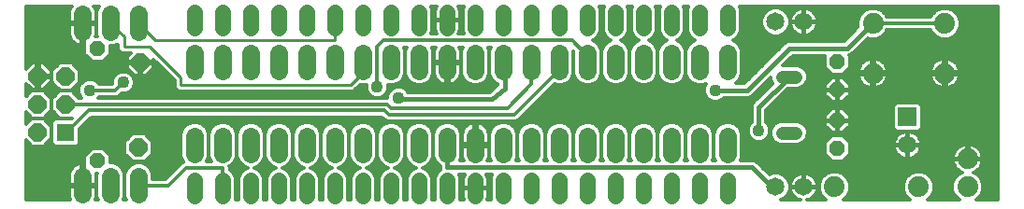
<source format=gbl>
G75*
G70*
%OFA0B0*%
%FSLAX24Y24*%
%IPPOS*%
%LPD*%
%AMOC8*
5,1,8,0,0,1.08239X$1,22.5*
%
%ADD10C,0.0560*%
%ADD11OC8,0.0560*%
%ADD12C,0.0740*%
%ADD13C,0.0650*%
%ADD14C,0.0640*%
%ADD15R,0.0640X0.0640*%
%ADD16OC8,0.0640*%
%ADD17R,0.0650X0.0650*%
%ADD18C,0.0480*%
%ADD19C,0.0120*%
%ADD20C,0.0160*%
%ADD21C,0.0436*%
%ADD22C,0.0100*%
D10*
X006360Y000630D02*
X006360Y001190D01*
X007360Y001190D02*
X007360Y000630D01*
X008360Y000630D02*
X008360Y001190D01*
X009360Y001190D02*
X009360Y000630D01*
X010360Y000630D02*
X010360Y001190D01*
X011360Y001190D02*
X011360Y000630D01*
X012360Y000630D02*
X012360Y001190D01*
X013360Y001190D02*
X013360Y000630D01*
X014360Y000630D02*
X014360Y001190D01*
X015360Y001190D02*
X015360Y000630D01*
X016360Y000630D02*
X016360Y001190D01*
X017360Y001190D02*
X017360Y000630D01*
X018360Y000630D02*
X018360Y001190D01*
X019360Y001190D02*
X019360Y000630D01*
X020360Y000630D02*
X020360Y001190D01*
X021360Y001190D02*
X021360Y000630D01*
X022360Y000630D02*
X022360Y001190D01*
X023360Y001190D02*
X023360Y000630D01*
X024360Y000630D02*
X024360Y001190D01*
X025360Y001190D02*
X025360Y000630D01*
X025360Y006630D02*
X025360Y007190D01*
X024360Y007190D02*
X024360Y006630D01*
X023360Y006630D02*
X023360Y007190D01*
X022360Y007190D02*
X022360Y006630D01*
X021360Y006630D02*
X021360Y007190D01*
X020360Y007190D02*
X020360Y006630D01*
X019360Y006630D02*
X019360Y007190D01*
X018360Y007190D02*
X018360Y006630D01*
X017360Y006630D02*
X017360Y007190D01*
X016360Y007190D02*
X016360Y006630D01*
X015360Y006630D02*
X015360Y007190D01*
X014360Y007190D02*
X014360Y006630D01*
X013360Y006630D02*
X013360Y007190D01*
X012360Y007190D02*
X012360Y006630D01*
X011360Y006630D02*
X011360Y007190D01*
X010360Y007190D02*
X010360Y006630D01*
X009360Y006630D02*
X009360Y007190D01*
X008360Y007190D02*
X008360Y006630D01*
X007360Y006630D02*
X007360Y007190D01*
X006360Y007190D02*
X006360Y006630D01*
D11*
X002885Y005890D03*
X002885Y001890D03*
X029260Y002335D03*
X029260Y003335D03*
X029260Y004435D03*
X029260Y005435D03*
D12*
X030530Y005020D03*
X033090Y005020D03*
X033090Y006800D03*
X030530Y006800D03*
X033910Y001960D03*
X033910Y000960D03*
X032160Y000960D03*
X029160Y000960D03*
D13*
X028060Y000960D03*
X027060Y000960D03*
X031760Y002460D03*
X028060Y006860D03*
X027060Y006860D03*
D14*
X025360Y005730D02*
X025360Y005090D01*
X024360Y005090D02*
X024360Y005730D01*
X023360Y005730D02*
X023360Y005090D01*
X022360Y005090D02*
X022360Y005730D01*
X021360Y005730D02*
X021360Y005090D01*
X020360Y005090D02*
X020360Y005730D01*
X019360Y005730D02*
X019360Y005090D01*
X018360Y005090D02*
X018360Y005730D01*
X017360Y005730D02*
X017360Y005090D01*
X016360Y005090D02*
X016360Y005730D01*
X015360Y005730D02*
X015360Y005090D01*
X014360Y005090D02*
X014360Y005730D01*
X013360Y005730D02*
X013360Y005090D01*
X012360Y005090D02*
X012360Y005730D01*
X011360Y005730D02*
X011360Y005090D01*
X010360Y005090D02*
X010360Y005730D01*
X009360Y005730D02*
X009360Y005090D01*
X008360Y005090D02*
X008360Y005730D01*
X007360Y005730D02*
X007360Y005090D01*
X006360Y005090D02*
X006360Y005730D01*
X004360Y006490D02*
X004360Y007130D01*
X003360Y007130D02*
X003360Y006490D01*
X002360Y006490D02*
X002360Y007130D01*
X006360Y002780D02*
X006360Y002140D01*
X007360Y002140D02*
X007360Y002780D01*
X008360Y002780D02*
X008360Y002140D01*
X009360Y002140D02*
X009360Y002780D01*
X010360Y002780D02*
X010360Y002140D01*
X011360Y002140D02*
X011360Y002780D01*
X012360Y002780D02*
X012360Y002140D01*
X013360Y002140D02*
X013360Y002780D01*
X014360Y002780D02*
X014360Y002140D01*
X015360Y002140D02*
X015360Y002780D01*
X016360Y002780D02*
X016360Y002140D01*
X017360Y002140D02*
X017360Y002780D01*
X018360Y002780D02*
X018360Y002140D01*
X019360Y002140D02*
X019360Y002780D01*
X020360Y002780D02*
X020360Y002140D01*
X021360Y002140D02*
X021360Y002780D01*
X022360Y002780D02*
X022360Y002140D01*
X023360Y002140D02*
X023360Y002780D01*
X024360Y002780D02*
X024360Y002140D01*
X025360Y002140D02*
X025360Y002780D01*
X004360Y001330D02*
X004360Y000690D01*
X003360Y000690D02*
X003360Y001330D01*
X002360Y001330D02*
X002360Y000690D01*
D15*
X001760Y002910D03*
D16*
X000760Y002910D03*
X004360Y002360D03*
X001760Y003910D03*
X000760Y003910D03*
X000760Y004910D03*
X001760Y004910D03*
X004410Y005410D03*
D17*
X031760Y003460D03*
D18*
X027775Y002885D02*
X027295Y002885D01*
X027295Y004885D02*
X027775Y004885D01*
D19*
X000340Y002623D02*
X000340Y000490D01*
X001924Y000490D01*
X001915Y000506D01*
X001892Y000578D01*
X001880Y000652D01*
X001880Y000970D01*
X002320Y000970D01*
X002320Y001050D01*
X001880Y001050D01*
X001880Y001368D01*
X001892Y001442D01*
X001915Y001514D01*
X001950Y001582D01*
X001994Y001643D01*
X002048Y001696D01*
X002109Y001741D01*
X002176Y001775D01*
X002248Y001798D01*
X002320Y001810D01*
X002320Y001050D01*
X002400Y001050D01*
X002400Y001810D01*
X002425Y001806D01*
X002425Y002081D01*
X002695Y002350D01*
X003076Y002350D01*
X003345Y002081D01*
X003345Y001830D01*
X003460Y001830D01*
X003644Y001754D01*
X003784Y001613D01*
X003860Y001429D01*
X003860Y000591D01*
X003819Y000490D01*
X003902Y000490D01*
X003860Y000591D01*
X003860Y001429D01*
X003936Y001613D01*
X004077Y001754D01*
X004261Y001830D01*
X004460Y001830D01*
X004644Y001754D01*
X004784Y001613D01*
X004860Y001429D01*
X004860Y001250D01*
X005321Y001250D01*
X005837Y001766D01*
X005904Y001833D01*
X005944Y001850D01*
X005936Y001857D01*
X005860Y002041D01*
X005860Y002879D01*
X005936Y003063D01*
X006077Y003204D01*
X006261Y003280D01*
X006460Y003280D01*
X006644Y003204D01*
X006784Y003063D01*
X006860Y002879D01*
X006860Y002041D01*
X006790Y001870D01*
X006931Y001870D01*
X006860Y002041D01*
X006860Y002879D01*
X006936Y003063D01*
X007077Y003204D01*
X007261Y003280D01*
X007460Y003280D01*
X007644Y003204D01*
X007784Y003063D01*
X007860Y002879D01*
X007860Y002041D01*
X007784Y001857D01*
X007644Y001716D01*
X007586Y001692D01*
X007600Y001658D01*
X007600Y001588D01*
X007621Y001580D01*
X007750Y001451D01*
X007820Y001281D01*
X007820Y000538D01*
X007800Y000490D01*
X007920Y000490D01*
X007900Y000538D01*
X007900Y001281D01*
X007970Y001451D01*
X008100Y001580D01*
X008253Y001643D01*
X008077Y001716D01*
X007936Y001857D01*
X007860Y002041D01*
X007860Y002879D01*
X007936Y003063D01*
X008077Y003204D01*
X008261Y003280D01*
X008460Y003280D01*
X008644Y003204D01*
X008784Y003063D01*
X008860Y002879D01*
X008860Y002041D01*
X008784Y001857D01*
X008644Y001716D01*
X008468Y001643D01*
X008621Y001580D01*
X008750Y001451D01*
X008820Y001281D01*
X008820Y000538D01*
X008800Y000490D01*
X008920Y000490D01*
X008900Y000538D01*
X008900Y001281D01*
X008970Y001451D01*
X009100Y001580D01*
X009253Y001643D01*
X009077Y001716D01*
X008936Y001857D01*
X008860Y002041D01*
X008860Y002879D01*
X008936Y003063D01*
X009077Y003204D01*
X009261Y003280D01*
X009460Y003280D01*
X009644Y003204D01*
X009784Y003063D01*
X009860Y002879D01*
X009860Y002041D01*
X009784Y001857D01*
X009644Y001716D01*
X009468Y001643D01*
X009621Y001580D01*
X009750Y001451D01*
X009820Y001281D01*
X009820Y000538D01*
X009800Y000490D01*
X009920Y000490D01*
X009900Y000538D01*
X009900Y001281D01*
X009970Y001451D01*
X010100Y001580D01*
X010253Y001643D01*
X010077Y001716D01*
X009936Y001857D01*
X009860Y002041D01*
X009860Y002879D01*
X009936Y003063D01*
X010077Y003204D01*
X010261Y003280D01*
X010460Y003280D01*
X010644Y003204D01*
X010784Y003063D01*
X010860Y002879D01*
X010860Y002041D01*
X010784Y001857D01*
X010644Y001716D01*
X010468Y001643D01*
X010621Y001580D01*
X010750Y001451D01*
X010820Y001281D01*
X010820Y000538D01*
X010800Y000490D01*
X010920Y000490D01*
X010900Y000538D01*
X010900Y001281D01*
X010970Y001451D01*
X011100Y001580D01*
X011253Y001643D01*
X011077Y001716D01*
X010936Y001857D01*
X010860Y002041D01*
X010860Y002879D01*
X010936Y003063D01*
X011077Y003204D01*
X011261Y003280D01*
X011460Y003280D01*
X011644Y003204D01*
X011784Y003063D01*
X011860Y002879D01*
X011860Y002041D01*
X011784Y001857D01*
X011644Y001716D01*
X011468Y001643D01*
X011621Y001580D01*
X011750Y001451D01*
X011820Y001281D01*
X011820Y000538D01*
X011800Y000490D01*
X011920Y000490D01*
X011900Y000538D01*
X011900Y001281D01*
X011970Y001451D01*
X012100Y001580D01*
X012253Y001643D01*
X012077Y001716D01*
X011936Y001857D01*
X011860Y002041D01*
X011860Y002879D01*
X011936Y003063D01*
X012077Y003204D01*
X012261Y003280D01*
X012460Y003280D01*
X012644Y003204D01*
X012784Y003063D01*
X012860Y002879D01*
X012860Y002041D01*
X012784Y001857D01*
X012644Y001716D01*
X012468Y001643D01*
X012621Y001580D01*
X012750Y001451D01*
X012820Y001281D01*
X012820Y000538D01*
X012800Y000490D01*
X012920Y000490D01*
X012900Y000538D01*
X012900Y001281D01*
X012970Y001451D01*
X013100Y001580D01*
X013253Y001643D01*
X013077Y001716D01*
X012936Y001857D01*
X012860Y002041D01*
X012860Y002879D01*
X012936Y003063D01*
X013077Y003204D01*
X013261Y003280D01*
X013460Y003280D01*
X013644Y003204D01*
X013784Y003063D01*
X013860Y002879D01*
X013860Y002041D01*
X013784Y001857D01*
X013644Y001716D01*
X013468Y001643D01*
X013621Y001580D01*
X013750Y001451D01*
X013820Y001281D01*
X013820Y000538D01*
X013800Y000490D01*
X013920Y000490D01*
X013900Y000538D01*
X013900Y001281D01*
X013970Y001451D01*
X014100Y001580D01*
X014253Y001643D01*
X014077Y001716D01*
X013936Y001857D01*
X013860Y002041D01*
X013860Y002879D01*
X013936Y003063D01*
X014077Y003204D01*
X014261Y003280D01*
X014460Y003280D01*
X014644Y003204D01*
X014784Y003063D01*
X014860Y002879D01*
X014860Y002041D01*
X014784Y001857D01*
X014644Y001716D01*
X014468Y001643D01*
X014621Y001580D01*
X014750Y001451D01*
X014820Y001281D01*
X014820Y000538D01*
X014800Y000490D01*
X014920Y000490D01*
X014900Y000538D01*
X014900Y001281D01*
X014970Y001451D01*
X015100Y001580D01*
X015110Y001584D01*
X015100Y001608D01*
X015100Y001706D01*
X015077Y001716D01*
X014936Y001857D01*
X014860Y002041D01*
X014860Y002879D01*
X014936Y003063D01*
X015077Y003204D01*
X015261Y003280D01*
X015460Y003280D01*
X015644Y003204D01*
X015784Y003063D01*
X015860Y002879D01*
X015860Y002041D01*
X015810Y001920D01*
X015934Y001920D01*
X015915Y001956D01*
X015892Y002028D01*
X015880Y002102D01*
X015880Y002420D01*
X016320Y002420D01*
X016320Y002500D01*
X015880Y002500D01*
X015880Y002818D01*
X015892Y002892D01*
X015915Y002964D01*
X015950Y003032D01*
X015994Y003093D01*
X016048Y003146D01*
X016109Y003191D01*
X016176Y003225D01*
X016248Y003248D01*
X016320Y003260D01*
X016320Y002500D01*
X016400Y002500D01*
X016400Y003260D01*
X016473Y003248D01*
X016545Y003225D01*
X016612Y003191D01*
X016673Y003146D01*
X016726Y003093D01*
X016771Y003032D01*
X016805Y002964D01*
X016828Y002892D01*
X016840Y002818D01*
X016840Y002500D01*
X016400Y002500D01*
X016400Y002420D01*
X016840Y002420D01*
X016840Y002102D01*
X016828Y002028D01*
X016805Y001956D01*
X016787Y001920D01*
X016910Y001920D01*
X016860Y002041D01*
X016860Y002879D01*
X016936Y003063D01*
X017077Y003204D01*
X017261Y003280D01*
X017460Y003280D01*
X017644Y003204D01*
X017784Y003063D01*
X017860Y002879D01*
X017860Y002041D01*
X017810Y001920D01*
X017910Y001920D01*
X017860Y002041D01*
X017860Y002879D01*
X017936Y003063D01*
X018077Y003204D01*
X018261Y003280D01*
X018460Y003280D01*
X018644Y003204D01*
X018784Y003063D01*
X018860Y002879D01*
X018860Y002041D01*
X018810Y001920D01*
X018910Y001920D01*
X018860Y002041D01*
X018860Y002879D01*
X018936Y003063D01*
X019077Y003204D01*
X019261Y003280D01*
X019460Y003280D01*
X019644Y003204D01*
X019784Y003063D01*
X019860Y002879D01*
X019860Y002041D01*
X019810Y001920D01*
X019910Y001920D01*
X019860Y002041D01*
X019860Y002879D01*
X019936Y003063D01*
X020077Y003204D01*
X020261Y003280D01*
X020460Y003280D01*
X020644Y003204D01*
X020784Y003063D01*
X020860Y002879D01*
X020860Y002041D01*
X020810Y001920D01*
X020910Y001920D01*
X020860Y002041D01*
X020860Y002879D01*
X020936Y003063D01*
X021077Y003204D01*
X021261Y003280D01*
X021460Y003280D01*
X021644Y003204D01*
X021784Y003063D01*
X021860Y002879D01*
X021860Y002041D01*
X021810Y001920D01*
X021910Y001920D01*
X021860Y002041D01*
X021860Y002879D01*
X021936Y003063D01*
X022077Y003204D01*
X022261Y003280D01*
X022460Y003280D01*
X022644Y003204D01*
X022784Y003063D01*
X022860Y002879D01*
X022860Y002041D01*
X022810Y001920D01*
X022910Y001920D01*
X022860Y002041D01*
X022860Y002879D01*
X022936Y003063D01*
X023077Y003204D01*
X023261Y003280D01*
X023460Y003280D01*
X023644Y003204D01*
X023784Y003063D01*
X023860Y002879D01*
X023860Y002041D01*
X023810Y001920D01*
X023910Y001920D01*
X023860Y002041D01*
X023860Y002879D01*
X023936Y003063D01*
X024077Y003204D01*
X024261Y003280D01*
X024460Y003280D01*
X024644Y003204D01*
X024784Y003063D01*
X024860Y002879D01*
X024860Y002041D01*
X024810Y001920D01*
X024910Y001920D01*
X024860Y002041D01*
X024860Y002879D01*
X024936Y003063D01*
X025077Y003204D01*
X025261Y003280D01*
X025460Y003280D01*
X025644Y003204D01*
X025784Y003063D01*
X025860Y002879D01*
X025860Y002041D01*
X025810Y001920D01*
X026262Y001920D01*
X026358Y001880D01*
X026431Y001807D01*
X026828Y001410D01*
X026960Y001465D01*
X027161Y001465D01*
X027346Y001388D01*
X027488Y001246D01*
X027565Y001060D01*
X027565Y000860D01*
X027488Y000674D01*
X027346Y000532D01*
X027245Y000490D01*
X027937Y000490D01*
X027874Y000511D01*
X027806Y000545D01*
X027744Y000590D01*
X027690Y000644D01*
X027646Y000706D01*
X027611Y000774D01*
X027587Y000846D01*
X027575Y000922D01*
X027575Y000951D01*
X028051Y000951D01*
X028051Y000969D01*
X027575Y000969D01*
X027575Y000998D01*
X027587Y001074D01*
X027611Y001146D01*
X027646Y001214D01*
X027690Y001276D01*
X027744Y001330D01*
X027806Y001375D01*
X027874Y001409D01*
X027947Y001433D01*
X028022Y001445D01*
X028051Y001445D01*
X028051Y000969D01*
X028069Y000969D01*
X028069Y001445D01*
X028098Y001445D01*
X028174Y001433D01*
X028246Y001409D01*
X028315Y001375D01*
X028376Y001330D01*
X028430Y001276D01*
X028475Y001214D01*
X028510Y001146D01*
X028533Y001074D01*
X028545Y000998D01*
X028545Y000969D01*
X028069Y000969D01*
X028069Y000951D01*
X028545Y000951D01*
X028545Y000922D01*
X028533Y000846D01*
X028510Y000774D01*
X028475Y000706D01*
X028430Y000644D01*
X028376Y000590D01*
X028315Y000545D01*
X028246Y000511D01*
X028183Y000490D01*
X028858Y000490D01*
X028849Y000494D01*
X028694Y000648D01*
X028610Y000851D01*
X028610Y001069D01*
X028694Y001272D01*
X028849Y001426D01*
X029051Y001510D01*
X029270Y001510D01*
X029472Y001426D01*
X029627Y001272D01*
X029710Y001069D01*
X029710Y000851D01*
X029627Y000648D01*
X029472Y000494D01*
X029463Y000490D01*
X031858Y000490D01*
X031849Y000494D01*
X031694Y000648D01*
X031610Y000851D01*
X031610Y001069D01*
X031694Y001272D01*
X031849Y001426D01*
X032051Y001510D01*
X032270Y001510D01*
X032472Y001426D01*
X032627Y001272D01*
X032710Y001069D01*
X032710Y000851D01*
X032627Y000648D01*
X032472Y000494D01*
X032463Y000490D01*
X033608Y000490D01*
X033599Y000494D01*
X033444Y000648D01*
X033360Y000851D01*
X033360Y001069D01*
X033444Y001272D01*
X033599Y001426D01*
X033704Y001470D01*
X033633Y001507D01*
X033565Y001556D01*
X033506Y001615D01*
X033457Y001682D01*
X033419Y001757D01*
X033393Y001836D01*
X033380Y001918D01*
X033380Y001940D01*
X033890Y001940D01*
X033890Y001980D01*
X033380Y001980D01*
X033380Y002002D01*
X033393Y002084D01*
X033419Y002163D01*
X033457Y002238D01*
X033506Y002305D01*
X033565Y002364D01*
X033633Y002413D01*
X033707Y002451D01*
X033786Y002477D01*
X033869Y002490D01*
X033890Y002490D01*
X033890Y001980D01*
X033930Y001980D01*
X033930Y002490D01*
X033952Y002490D01*
X034034Y002477D01*
X034114Y002451D01*
X034188Y002413D01*
X034256Y002364D01*
X034315Y002305D01*
X034364Y002238D01*
X034401Y002163D01*
X034427Y002084D01*
X034440Y002002D01*
X034440Y001980D01*
X033930Y001980D01*
X033930Y001940D01*
X034440Y001940D01*
X034440Y001918D01*
X034427Y001836D01*
X034401Y001757D01*
X034364Y001682D01*
X034315Y001615D01*
X034256Y001556D01*
X034188Y001507D01*
X034116Y001470D01*
X034222Y001426D01*
X034377Y001272D01*
X034460Y001069D01*
X034460Y000851D01*
X034377Y000648D01*
X034222Y000494D01*
X034213Y000490D01*
X034980Y000490D01*
X034980Y007405D01*
X025769Y007405D01*
X025820Y007281D01*
X025820Y006538D01*
X025750Y006369D01*
X025621Y006240D01*
X025528Y006202D01*
X025644Y006154D01*
X025784Y006013D01*
X025860Y005829D01*
X025860Y004991D01*
X025784Y004807D01*
X025647Y004670D01*
X025953Y004670D01*
X027413Y006130D01*
X027509Y006170D01*
X029503Y006170D01*
X029993Y006660D01*
X029980Y006691D01*
X029980Y006909D01*
X030064Y007112D01*
X030219Y007266D01*
X030421Y007350D01*
X030640Y007350D01*
X030842Y007266D01*
X030997Y007112D01*
X031026Y007040D01*
X032594Y007040D01*
X032624Y007112D01*
X032779Y007266D01*
X032981Y007350D01*
X033200Y007350D01*
X033402Y007266D01*
X033557Y007112D01*
X033640Y006909D01*
X033640Y006691D01*
X033557Y006488D01*
X033402Y006334D01*
X033200Y006250D01*
X032981Y006250D01*
X032779Y006334D01*
X032624Y006488D01*
X032594Y006560D01*
X031026Y006560D01*
X030997Y006488D01*
X030842Y006334D01*
X030640Y006250D01*
X030421Y006250D01*
X030348Y006280D01*
X029831Y005763D01*
X029758Y005690D01*
X029686Y005660D01*
X029720Y005626D01*
X029720Y005244D01*
X029451Y004975D01*
X029070Y004975D01*
X028800Y005244D01*
X028800Y005626D01*
X028825Y005650D01*
X027668Y005650D01*
X027323Y005305D01*
X027859Y005305D01*
X028013Y005241D01*
X028131Y005123D01*
X028195Y004969D01*
X028195Y004801D01*
X028131Y004647D01*
X028013Y004529D01*
X027859Y004465D01*
X027483Y004465D01*
X026720Y003702D01*
X026720Y003263D01*
X026798Y003186D01*
X026858Y003039D01*
X026858Y002881D01*
X026798Y002734D01*
X026686Y002622D01*
X026540Y002562D01*
X026381Y002562D01*
X026235Y002622D01*
X026123Y002734D01*
X026062Y002881D01*
X026062Y003039D01*
X026123Y003186D01*
X026200Y003263D01*
X026200Y003862D01*
X026240Y003957D01*
X026936Y004654D01*
X026875Y004801D01*
X026875Y004857D01*
X026281Y004263D01*
X026208Y004190D01*
X026112Y004150D01*
X025213Y004150D01*
X025136Y004072D01*
X024990Y004012D01*
X024831Y004012D01*
X024685Y004072D01*
X024573Y004184D01*
X024512Y004331D01*
X024512Y004489D01*
X024573Y004636D01*
X024575Y004638D01*
X024460Y004590D01*
X024261Y004590D01*
X024077Y004666D01*
X023936Y004807D01*
X023860Y004991D01*
X023860Y005829D01*
X023936Y006013D01*
X024077Y006154D01*
X024192Y006202D01*
X024100Y006240D01*
X023970Y006369D01*
X023900Y006538D01*
X023900Y007281D01*
X023951Y007405D01*
X023769Y007405D01*
X023820Y007281D01*
X023820Y006538D01*
X023750Y006369D01*
X023621Y006240D01*
X023528Y006202D01*
X023644Y006154D01*
X023784Y006013D01*
X023860Y005829D01*
X023860Y004991D01*
X023784Y004807D01*
X023644Y004666D01*
X023460Y004590D01*
X023261Y004590D01*
X023077Y004666D01*
X022936Y004807D01*
X022860Y004991D01*
X022860Y005829D01*
X022936Y006013D01*
X023077Y006154D01*
X023192Y006202D01*
X023100Y006240D01*
X022970Y006369D01*
X022900Y006538D01*
X022900Y007281D01*
X022951Y007405D01*
X022769Y007405D01*
X022820Y007281D01*
X022820Y006538D01*
X022750Y006369D01*
X022621Y006240D01*
X022528Y006202D01*
X022644Y006154D01*
X022784Y006013D01*
X022860Y005829D01*
X022860Y004991D01*
X022784Y004807D01*
X022644Y004666D01*
X022460Y004590D01*
X022261Y004590D01*
X022077Y004666D01*
X021936Y004807D01*
X021860Y004991D01*
X021860Y005829D01*
X021936Y006013D01*
X022077Y006154D01*
X022192Y006202D01*
X022100Y006240D01*
X021970Y006369D01*
X021900Y006538D01*
X021900Y007281D01*
X021951Y007405D01*
X021769Y007405D01*
X021820Y007281D01*
X021820Y006538D01*
X021750Y006369D01*
X021621Y006240D01*
X021528Y006202D01*
X021644Y006154D01*
X021784Y006013D01*
X021860Y005829D01*
X021860Y004991D01*
X021784Y004807D01*
X021644Y004666D01*
X021460Y004590D01*
X021261Y004590D01*
X021077Y004666D01*
X020936Y004807D01*
X020860Y004991D01*
X020860Y005829D01*
X020936Y006013D01*
X021077Y006154D01*
X021192Y006202D01*
X021100Y006240D01*
X020970Y006369D01*
X020900Y006538D01*
X020900Y007281D01*
X020951Y007405D01*
X020769Y007405D01*
X020820Y007281D01*
X020820Y006538D01*
X020750Y006369D01*
X020621Y006240D01*
X020528Y006202D01*
X020644Y006154D01*
X020784Y006013D01*
X020860Y005829D01*
X020860Y004991D01*
X020784Y004807D01*
X020644Y004666D01*
X020460Y004590D01*
X020261Y004590D01*
X020077Y004666D01*
X019936Y004807D01*
X019860Y004991D01*
X019860Y005811D01*
X019860Y005811D01*
X019860Y004991D01*
X019784Y004807D01*
X019644Y004666D01*
X019460Y004590D01*
X019261Y004590D01*
X019175Y004625D01*
X017944Y003394D01*
X017876Y003327D01*
X017788Y003290D01*
X013233Y003290D01*
X013144Y003327D01*
X013077Y003394D01*
X013021Y003450D01*
X002680Y003450D01*
X002260Y003031D01*
X002260Y002515D01*
X002155Y002410D01*
X001366Y002410D01*
X001260Y002515D01*
X001260Y003305D01*
X001366Y003410D01*
X001961Y003410D01*
X001961Y003410D01*
X001553Y003410D01*
X001260Y003703D01*
X001260Y004117D01*
X000967Y004410D01*
X000553Y004410D01*
X000340Y004197D01*
X000340Y004651D01*
X000561Y004430D01*
X000720Y004430D01*
X000720Y004870D01*
X000800Y004870D01*
X000800Y004430D01*
X000959Y004430D01*
X001240Y004711D01*
X001240Y004870D01*
X000800Y004870D01*
X000800Y004950D01*
X000720Y004950D01*
X000720Y005390D01*
X000561Y005390D01*
X000340Y005169D01*
X000340Y007405D01*
X001967Y007405D01*
X001950Y007382D01*
X001915Y007314D01*
X001892Y007242D01*
X001880Y007168D01*
X001880Y006850D01*
X002320Y006850D01*
X002320Y006770D01*
X001880Y006770D01*
X001880Y006452D01*
X001892Y006378D01*
X001915Y006306D01*
X001950Y006238D01*
X001994Y006177D01*
X002048Y006124D01*
X002109Y006079D01*
X002176Y006045D01*
X002248Y006022D01*
X002320Y006010D01*
X002320Y006770D01*
X002400Y006770D01*
X002400Y006010D01*
X002425Y006014D01*
X002425Y005699D01*
X002695Y005430D01*
X003076Y005430D01*
X003345Y005699D01*
X003345Y005990D01*
X003460Y005990D01*
X003610Y006052D01*
X003610Y005875D01*
X003745Y005740D01*
X004061Y005740D01*
X003930Y005609D01*
X003930Y005450D01*
X004370Y005450D01*
X004370Y005370D01*
X003930Y005370D01*
X003930Y005211D01*
X004211Y004930D01*
X004370Y004930D01*
X004370Y005370D01*
X004450Y005370D01*
X004450Y004930D01*
X004609Y004930D01*
X004890Y005211D01*
X004890Y005370D01*
X004450Y005370D01*
X004450Y005450D01*
X004890Y005450D01*
X004890Y005515D01*
X005630Y004775D01*
X005630Y004515D01*
X005650Y004495D01*
X005785Y004360D01*
X011996Y004360D01*
X012236Y004600D01*
X012261Y004590D01*
X012460Y004590D01*
X012462Y004591D01*
X012462Y004471D01*
X012523Y004324D01*
X012635Y004212D01*
X012781Y004152D01*
X012940Y004152D01*
X013086Y004212D01*
X013198Y004324D01*
X013258Y004471D01*
X013258Y004591D01*
X013261Y004590D01*
X013460Y004590D01*
X013644Y004666D01*
X013784Y004807D01*
X013860Y004991D01*
X013936Y004807D01*
X014077Y004666D01*
X014261Y004590D01*
X014460Y004590D01*
X014644Y004666D01*
X014784Y004807D01*
X014860Y004991D01*
X014860Y005829D01*
X014810Y005950D01*
X014934Y005950D01*
X014915Y005914D01*
X014892Y005842D01*
X014880Y005768D01*
X014880Y005450D01*
X015320Y005450D01*
X015320Y005370D01*
X014880Y005370D01*
X014880Y005052D01*
X014892Y004978D01*
X014915Y004906D01*
X014950Y004838D01*
X014994Y004777D01*
X015048Y004724D01*
X015109Y004679D01*
X015176Y004645D01*
X015248Y004622D01*
X015320Y004610D01*
X015320Y005370D01*
X015400Y005370D01*
X015400Y004610D01*
X015473Y004622D01*
X015545Y004645D01*
X015612Y004679D01*
X015673Y004724D01*
X015726Y004777D01*
X015771Y004838D01*
X015805Y004906D01*
X015828Y004978D01*
X015840Y005052D01*
X015840Y005370D01*
X015400Y005370D01*
X015400Y005450D01*
X015840Y005450D01*
X015840Y005768D01*
X015828Y005842D01*
X015805Y005914D01*
X015787Y005950D01*
X015910Y005950D01*
X015860Y005829D01*
X015860Y004991D01*
X015936Y004807D01*
X016077Y004666D01*
X016261Y004590D01*
X016460Y004590D01*
X016644Y004666D01*
X016784Y004807D01*
X016860Y004991D01*
X016936Y004807D01*
X017077Y004666D01*
X017140Y004640D01*
X017140Y004589D01*
X016864Y004350D01*
X013960Y004350D01*
X013958Y004356D01*
X013846Y004468D01*
X013700Y004528D01*
X013541Y004528D01*
X013395Y004468D01*
X013283Y004356D01*
X013222Y004209D01*
X013222Y004150D01*
X002923Y004150D01*
X002943Y004170D01*
X003568Y004170D01*
X003656Y004207D01*
X003724Y004274D01*
X003742Y004292D01*
X003880Y004292D01*
X004026Y004352D01*
X004138Y004464D01*
X004198Y004611D01*
X004198Y004769D01*
X004138Y004916D01*
X004026Y005028D01*
X003880Y005088D01*
X003721Y005088D01*
X003575Y005028D01*
X003463Y004916D01*
X003402Y004769D01*
X003402Y004650D01*
X002943Y004650D01*
X002846Y004748D01*
X002700Y004808D01*
X002541Y004808D01*
X002395Y004748D01*
X002283Y004636D01*
X002222Y004489D01*
X002222Y004331D01*
X002283Y004184D01*
X002317Y004150D01*
X002227Y004150D01*
X001967Y004410D01*
X002260Y004703D01*
X002260Y005117D01*
X001967Y005410D01*
X001553Y005410D01*
X001260Y005117D01*
X001260Y004703D01*
X001553Y004410D01*
X001967Y004410D01*
X001553Y004410D01*
X001260Y004117D01*
X001260Y003703D01*
X000967Y003410D01*
X000553Y003410D01*
X000340Y003623D01*
X000340Y003197D01*
X000553Y003410D01*
X000967Y003410D01*
X001260Y003117D01*
X001260Y002703D01*
X000967Y002410D01*
X000553Y002410D01*
X000340Y002623D01*
X000340Y002562D02*
X000402Y002562D01*
X000340Y002443D02*
X000520Y002443D01*
X000340Y002325D02*
X002669Y002325D01*
X003101Y002325D02*
X003860Y002325D01*
X003860Y002443D02*
X002188Y002443D01*
X002260Y002562D02*
X003860Y002562D01*
X003860Y002567D02*
X003860Y002153D01*
X004153Y001860D01*
X004567Y001860D01*
X004860Y002153D01*
X004860Y002567D01*
X004567Y002860D01*
X004153Y002860D01*
X003860Y002567D01*
X003973Y002680D02*
X002260Y002680D01*
X002260Y002799D02*
X004092Y002799D01*
X004629Y002799D02*
X005860Y002799D01*
X005876Y002917D02*
X002260Y002917D01*
X001820Y002930D02*
X002580Y003690D01*
X013120Y003690D01*
X013280Y003530D01*
X017740Y003530D01*
X019360Y005150D01*
X019360Y005410D01*
X019860Y005406D02*
X019860Y005406D01*
X019860Y005524D02*
X019860Y005524D01*
X020360Y005410D02*
X020360Y005650D01*
X019820Y006190D01*
X013080Y006190D01*
X012860Y005970D01*
X012860Y004550D01*
X012462Y004576D02*
X012212Y004576D01*
X012093Y004458D02*
X012468Y004458D01*
X012517Y004339D02*
X003993Y004339D01*
X003724Y004274D02*
X003724Y004274D01*
X003670Y004221D02*
X012627Y004221D01*
X013094Y004221D02*
X013227Y004221D01*
X013204Y004339D02*
X013276Y004339D01*
X013253Y004458D02*
X013385Y004458D01*
X013258Y004576D02*
X017125Y004576D01*
X016988Y004458D02*
X013856Y004458D01*
X013672Y004695D02*
X014049Y004695D01*
X013934Y004813D02*
X013787Y004813D01*
X013836Y004932D02*
X013885Y004932D01*
X013860Y004991D02*
X013860Y005829D01*
X013910Y005950D01*
X013810Y005950D01*
X013860Y005829D01*
X013860Y004991D01*
X013860Y005050D02*
X013860Y005050D01*
X013860Y005169D02*
X013860Y005169D01*
X013860Y005287D02*
X013860Y005287D01*
X013860Y005406D02*
X013860Y005406D01*
X013860Y005524D02*
X013860Y005524D01*
X013860Y005643D02*
X013860Y005643D01*
X013860Y005761D02*
X013860Y005761D01*
X013840Y005880D02*
X013881Y005880D01*
X014840Y005880D02*
X014904Y005880D01*
X014880Y005761D02*
X014860Y005761D01*
X014860Y005643D02*
X014880Y005643D01*
X014880Y005524D02*
X014860Y005524D01*
X014860Y005406D02*
X015320Y005406D01*
X015400Y005406D02*
X015860Y005406D01*
X015860Y005524D02*
X015840Y005524D01*
X015840Y005643D02*
X015860Y005643D01*
X015860Y005761D02*
X015840Y005761D01*
X015816Y005880D02*
X015881Y005880D01*
X016810Y005950D02*
X016860Y005829D01*
X016860Y004991D01*
X016860Y005829D01*
X016910Y005950D01*
X016810Y005950D01*
X016840Y005880D02*
X016881Y005880D01*
X016860Y005761D02*
X016860Y005761D01*
X016860Y005643D02*
X016860Y005643D01*
X016860Y005524D02*
X016860Y005524D01*
X016860Y005406D02*
X016860Y005406D01*
X016860Y005287D02*
X016860Y005287D01*
X016860Y005169D02*
X016860Y005169D01*
X016860Y005050D02*
X016860Y005050D01*
X016836Y004932D02*
X016885Y004932D01*
X016934Y004813D02*
X016787Y004813D01*
X016672Y004695D02*
X017049Y004695D01*
X016049Y004695D02*
X015633Y004695D01*
X015752Y004813D02*
X015934Y004813D01*
X015885Y004932D02*
X015814Y004932D01*
X015840Y005050D02*
X015860Y005050D01*
X015400Y005050D02*
X015320Y005050D01*
X015320Y004932D02*
X015400Y004932D01*
X014907Y004932D02*
X014836Y004932D01*
X014860Y005050D02*
X014881Y005050D01*
X014880Y005169D02*
X014860Y005169D01*
X014860Y005287D02*
X014880Y005287D01*
X015320Y005287D02*
X015400Y005287D01*
X015400Y005169D02*
X015320Y005169D01*
X015840Y005169D02*
X015860Y005169D01*
X015860Y005287D02*
X015840Y005287D01*
X015400Y004813D02*
X015320Y004813D01*
X015320Y004695D02*
X015400Y004695D01*
X015088Y004695D02*
X014672Y004695D01*
X014787Y004813D02*
X014968Y004813D01*
X017520Y003770D02*
X018360Y004650D01*
X018360Y005410D01*
X019860Y005287D02*
X019860Y005287D01*
X019860Y005169D02*
X019860Y005169D01*
X019860Y005050D02*
X019860Y005050D01*
X019836Y004932D02*
X019885Y004932D01*
X019934Y004813D02*
X019787Y004813D01*
X019672Y004695D02*
X020049Y004695D01*
X020672Y004695D02*
X021049Y004695D01*
X020934Y004813D02*
X020787Y004813D01*
X020836Y004932D02*
X020885Y004932D01*
X020860Y005050D02*
X020860Y005050D01*
X020860Y005169D02*
X020860Y005169D01*
X020860Y005287D02*
X020860Y005287D01*
X020860Y005406D02*
X020860Y005406D01*
X020860Y005524D02*
X020860Y005524D01*
X020860Y005643D02*
X020860Y005643D01*
X020860Y005761D02*
X020860Y005761D01*
X020840Y005880D02*
X020881Y005880D01*
X020930Y005998D02*
X020790Y005998D01*
X020681Y006117D02*
X021040Y006117D01*
X021112Y006235D02*
X020609Y006235D01*
X020734Y006354D02*
X020986Y006354D01*
X020928Y006472D02*
X020793Y006472D01*
X020820Y006591D02*
X020900Y006591D01*
X020900Y006709D02*
X020820Y006709D01*
X020820Y006828D02*
X020900Y006828D01*
X020900Y006946D02*
X020820Y006946D01*
X020820Y007065D02*
X020900Y007065D01*
X020900Y007183D02*
X020820Y007183D01*
X020812Y007302D02*
X020909Y007302D01*
X021812Y007302D02*
X021909Y007302D01*
X021900Y007183D02*
X021820Y007183D01*
X021820Y007065D02*
X021900Y007065D01*
X021900Y006946D02*
X021820Y006946D01*
X021820Y006828D02*
X021900Y006828D01*
X021900Y006709D02*
X021820Y006709D01*
X021820Y006591D02*
X021900Y006591D01*
X021928Y006472D02*
X021793Y006472D01*
X021734Y006354D02*
X021986Y006354D01*
X022112Y006235D02*
X021609Y006235D01*
X021681Y006117D02*
X022040Y006117D01*
X021930Y005998D02*
X021790Y005998D01*
X021840Y005880D02*
X021881Y005880D01*
X021860Y005761D02*
X021860Y005761D01*
X021860Y005643D02*
X021860Y005643D01*
X021860Y005524D02*
X021860Y005524D01*
X021860Y005406D02*
X021860Y005406D01*
X021860Y005287D02*
X021860Y005287D01*
X021860Y005169D02*
X021860Y005169D01*
X021860Y005050D02*
X021860Y005050D01*
X021836Y004932D02*
X021885Y004932D01*
X021934Y004813D02*
X021787Y004813D01*
X021672Y004695D02*
X022049Y004695D01*
X022672Y004695D02*
X023049Y004695D01*
X022934Y004813D02*
X022787Y004813D01*
X022836Y004932D02*
X022885Y004932D01*
X022860Y005050D02*
X022860Y005050D01*
X022860Y005169D02*
X022860Y005169D01*
X022860Y005287D02*
X022860Y005287D01*
X022860Y005406D02*
X022860Y005406D01*
X022860Y005524D02*
X022860Y005524D01*
X022860Y005643D02*
X022860Y005643D01*
X022860Y005761D02*
X022860Y005761D01*
X022840Y005880D02*
X022881Y005880D01*
X022930Y005998D02*
X022790Y005998D01*
X022681Y006117D02*
X023040Y006117D01*
X023112Y006235D02*
X022609Y006235D01*
X022734Y006354D02*
X022986Y006354D01*
X022928Y006472D02*
X022793Y006472D01*
X022820Y006591D02*
X022900Y006591D01*
X022900Y006709D02*
X022820Y006709D01*
X022820Y006828D02*
X022900Y006828D01*
X022900Y006946D02*
X022820Y006946D01*
X022820Y007065D02*
X022900Y007065D01*
X022900Y007183D02*
X022820Y007183D01*
X022812Y007302D02*
X022909Y007302D01*
X023812Y007302D02*
X023909Y007302D01*
X023900Y007183D02*
X023820Y007183D01*
X023820Y007065D02*
X023900Y007065D01*
X023900Y006946D02*
X023820Y006946D01*
X023820Y006828D02*
X023900Y006828D01*
X023900Y006709D02*
X023820Y006709D01*
X023820Y006591D02*
X023900Y006591D01*
X023928Y006472D02*
X023793Y006472D01*
X023734Y006354D02*
X023986Y006354D01*
X024112Y006235D02*
X023609Y006235D01*
X023681Y006117D02*
X024040Y006117D01*
X023930Y005998D02*
X023790Y005998D01*
X023840Y005880D02*
X023881Y005880D01*
X023860Y005761D02*
X023860Y005761D01*
X023860Y005643D02*
X023860Y005643D01*
X023860Y005524D02*
X023860Y005524D01*
X023860Y005406D02*
X023860Y005406D01*
X023860Y005287D02*
X023860Y005287D01*
X023860Y005169D02*
X023860Y005169D01*
X023860Y005050D02*
X023860Y005050D01*
X023836Y004932D02*
X023885Y004932D01*
X023934Y004813D02*
X023787Y004813D01*
X023672Y004695D02*
X024049Y004695D01*
X024548Y004576D02*
X019126Y004576D01*
X019007Y004458D02*
X024512Y004458D01*
X024512Y004339D02*
X018889Y004339D01*
X018770Y004221D02*
X024558Y004221D01*
X024655Y004102D02*
X018652Y004102D01*
X018533Y003984D02*
X026266Y003984D01*
X026385Y004102D02*
X025165Y004102D01*
X026202Y003865D02*
X018415Y003865D01*
X018296Y003747D02*
X026200Y003747D01*
X026765Y003747D02*
X029050Y003747D01*
X029078Y003775D02*
X028820Y003517D01*
X028820Y003355D01*
X029240Y003355D01*
X029240Y003315D01*
X028820Y003315D01*
X028820Y003153D01*
X029078Y002895D01*
X029240Y002895D01*
X029240Y003315D01*
X029280Y003315D01*
X029280Y002895D01*
X029443Y002895D01*
X029700Y003153D01*
X029700Y003315D01*
X029280Y003315D01*
X029280Y003355D01*
X029240Y003355D01*
X029240Y003775D01*
X029078Y003775D01*
X029240Y003747D02*
X029280Y003747D01*
X029280Y003775D02*
X029280Y003355D01*
X029700Y003355D01*
X029700Y003517D01*
X029443Y003775D01*
X029280Y003775D01*
X029471Y003747D02*
X031255Y003747D01*
X031255Y003860D02*
X031255Y003060D01*
X031361Y002955D01*
X032160Y002955D01*
X032265Y003060D01*
X032265Y003860D01*
X032160Y003965D01*
X031361Y003965D01*
X031255Y003860D01*
X031261Y003865D02*
X026883Y003865D01*
X027002Y003984D02*
X034980Y003984D01*
X034980Y004102D02*
X029550Y004102D01*
X029443Y003995D02*
X029280Y003995D01*
X029280Y004415D01*
X029240Y004415D01*
X028820Y004415D01*
X028820Y004253D01*
X029078Y003995D01*
X029240Y003995D01*
X029240Y004415D01*
X029240Y004455D01*
X028820Y004455D01*
X028820Y004617D01*
X029078Y004875D01*
X029240Y004875D01*
X029240Y004455D01*
X029280Y004455D01*
X029280Y004875D01*
X029443Y004875D01*
X029700Y004617D01*
X029700Y004455D01*
X029280Y004455D01*
X029280Y004415D01*
X029700Y004415D01*
X029700Y004253D01*
X029443Y003995D01*
X029280Y004102D02*
X029240Y004102D01*
X028971Y004102D02*
X027120Y004102D01*
X027239Y004221D02*
X028853Y004221D01*
X028820Y004339D02*
X027357Y004339D01*
X027476Y004458D02*
X028820Y004458D01*
X028820Y004576D02*
X028060Y004576D01*
X028151Y004695D02*
X028898Y004695D01*
X029016Y004813D02*
X028195Y004813D01*
X028195Y004932D02*
X030008Y004932D01*
X030013Y004896D02*
X030000Y004978D01*
X030000Y004980D01*
X030490Y004980D01*
X030490Y005060D01*
X030000Y005060D01*
X030000Y005062D01*
X030013Y005144D01*
X030039Y005223D01*
X030077Y005298D01*
X030126Y005365D01*
X030185Y005424D01*
X030253Y005473D01*
X030327Y005511D01*
X030406Y005537D01*
X030489Y005550D01*
X030490Y005550D01*
X030490Y005060D01*
X030570Y005060D01*
X030570Y005550D01*
X030572Y005550D01*
X030654Y005537D01*
X030734Y005511D01*
X030808Y005473D01*
X030876Y005424D01*
X030935Y005365D01*
X030984Y005298D01*
X031021Y005223D01*
X031047Y005144D01*
X031060Y005062D01*
X031060Y005060D01*
X030570Y005060D01*
X030570Y004980D01*
X030570Y004490D01*
X030572Y004490D01*
X030654Y004503D01*
X030734Y004529D01*
X030808Y004567D01*
X030876Y004616D01*
X030935Y004675D01*
X030984Y004742D01*
X031021Y004817D01*
X031047Y004896D01*
X031060Y004978D01*
X031060Y004980D01*
X030570Y004980D01*
X030490Y004980D01*
X030490Y004490D01*
X030489Y004490D01*
X030406Y004503D01*
X030327Y004529D01*
X030253Y004567D01*
X030185Y004616D01*
X030126Y004675D01*
X030077Y004742D01*
X030039Y004817D01*
X030013Y004896D01*
X030041Y004813D02*
X029505Y004813D01*
X029623Y004695D02*
X030112Y004695D01*
X030490Y004695D02*
X030570Y004695D01*
X030570Y004813D02*
X030490Y004813D01*
X030949Y004695D02*
X032672Y004695D01*
X032686Y004675D02*
X032637Y004742D01*
X032599Y004817D01*
X032573Y004896D01*
X032560Y004978D01*
X032560Y004980D01*
X033050Y004980D01*
X033050Y005060D01*
X032560Y005060D01*
X032560Y005062D01*
X032573Y005144D01*
X032599Y005223D01*
X032637Y005298D01*
X032686Y005365D01*
X032745Y005424D01*
X032813Y005473D01*
X032887Y005511D01*
X032966Y005537D01*
X033049Y005550D01*
X033050Y005550D01*
X033050Y005060D01*
X033130Y005060D01*
X033130Y005550D01*
X033132Y005550D01*
X033214Y005537D01*
X033294Y005511D01*
X033368Y005473D01*
X033436Y005424D01*
X033495Y005365D01*
X033544Y005298D01*
X033581Y005223D01*
X033607Y005144D01*
X033620Y005062D01*
X033620Y005060D01*
X033130Y005060D01*
X033130Y004980D01*
X033130Y004490D01*
X033132Y004490D01*
X033214Y004503D01*
X033294Y004529D01*
X033368Y004567D01*
X033436Y004616D01*
X033495Y004675D01*
X033544Y004742D01*
X033581Y004817D01*
X033607Y004896D01*
X033620Y004978D01*
X033620Y004980D01*
X033130Y004980D01*
X033050Y004980D01*
X033050Y004490D01*
X033049Y004490D01*
X032966Y004503D01*
X032887Y004529D01*
X032813Y004567D01*
X032745Y004616D01*
X032686Y004675D01*
X032800Y004576D02*
X030821Y004576D01*
X030570Y004576D02*
X030490Y004576D01*
X030240Y004576D02*
X029700Y004576D01*
X029700Y004458D02*
X034980Y004458D01*
X034980Y004576D02*
X033381Y004576D01*
X033130Y004576D02*
X033050Y004576D01*
X033050Y004695D02*
X033130Y004695D01*
X033130Y004813D02*
X033050Y004813D01*
X032601Y004813D02*
X031020Y004813D01*
X031053Y004932D02*
X032568Y004932D01*
X033050Y004932D02*
X033130Y004932D01*
X033130Y005050D02*
X034980Y005050D01*
X034980Y004932D02*
X033613Y004932D01*
X033580Y004813D02*
X034980Y004813D01*
X034980Y004695D02*
X033509Y004695D01*
X033050Y005050D02*
X030570Y005050D01*
X030490Y005050D02*
X029526Y005050D01*
X028995Y005050D02*
X028162Y005050D01*
X028086Y005169D02*
X028876Y005169D01*
X028800Y005287D02*
X027902Y005287D01*
X027424Y005406D02*
X028800Y005406D01*
X028800Y005524D02*
X027542Y005524D01*
X027661Y005643D02*
X028817Y005643D01*
X029703Y005643D02*
X034980Y005643D01*
X034980Y005761D02*
X029829Y005761D01*
X029948Y005880D02*
X034980Y005880D01*
X034980Y005998D02*
X030066Y005998D01*
X030185Y006117D02*
X034980Y006117D01*
X034980Y006235D02*
X030303Y006235D01*
X030862Y006354D02*
X032759Y006354D01*
X032640Y006472D02*
X030980Y006472D01*
X029980Y006709D02*
X028521Y006709D01*
X028510Y006674D02*
X028533Y006746D01*
X028545Y006822D01*
X028545Y006851D01*
X028069Y006851D01*
X028069Y006375D01*
X028098Y006375D01*
X028174Y006387D01*
X028246Y006411D01*
X028315Y006445D01*
X028376Y006490D01*
X028430Y006544D01*
X028475Y006606D01*
X028510Y006674D01*
X028464Y006591D02*
X029923Y006591D01*
X029805Y006472D02*
X028351Y006472D01*
X028069Y006472D02*
X028051Y006472D01*
X028051Y006375D02*
X028051Y006851D01*
X027575Y006851D01*
X027575Y006822D01*
X027587Y006746D01*
X027611Y006674D01*
X027646Y006606D01*
X027690Y006544D01*
X027744Y006490D01*
X027806Y006445D01*
X027874Y006411D01*
X027947Y006387D01*
X028022Y006375D01*
X028051Y006375D01*
X027769Y006472D02*
X027387Y006472D01*
X027346Y006432D02*
X027488Y006574D01*
X027565Y006760D01*
X027565Y006960D01*
X027488Y007146D01*
X027346Y007288D01*
X027161Y007365D01*
X026960Y007365D01*
X026774Y007288D01*
X026632Y007146D01*
X026555Y006960D01*
X026555Y006760D01*
X026632Y006574D01*
X026774Y006432D01*
X026960Y006355D01*
X027161Y006355D01*
X027346Y006432D01*
X027495Y006591D02*
X027657Y006591D01*
X027599Y006709D02*
X027544Y006709D01*
X027565Y006828D02*
X027575Y006828D01*
X027575Y006869D02*
X028051Y006869D01*
X028051Y006851D01*
X028069Y006851D01*
X028069Y006869D01*
X028051Y006869D01*
X028051Y007345D01*
X028022Y007345D01*
X027947Y007333D01*
X027874Y007309D01*
X027806Y007275D01*
X027744Y007230D01*
X027690Y007176D01*
X027646Y007114D01*
X027611Y007046D01*
X027587Y006974D01*
X027575Y006898D01*
X027575Y006869D01*
X027565Y006946D02*
X027583Y006946D01*
X028051Y006946D02*
X028069Y006946D01*
X028069Y006869D02*
X028069Y007345D01*
X028098Y007345D01*
X028174Y007333D01*
X028246Y007309D01*
X028315Y007275D01*
X028376Y007230D01*
X028430Y007176D01*
X028475Y007114D01*
X028510Y007046D01*
X028533Y006974D01*
X028545Y006898D01*
X028545Y006869D01*
X028069Y006869D01*
X028069Y006828D02*
X028051Y006828D01*
X028545Y006828D02*
X029980Y006828D01*
X029995Y006946D02*
X028538Y006946D01*
X028500Y007065D02*
X030045Y007065D01*
X030136Y007183D02*
X028423Y007183D01*
X028069Y007183D02*
X028051Y007183D01*
X028051Y007065D02*
X028069Y007065D01*
X027697Y007183D02*
X027451Y007183D01*
X027522Y007065D02*
X027620Y007065D01*
X027859Y007302D02*
X027314Y007302D01*
X026807Y007302D02*
X025812Y007302D01*
X025820Y007183D02*
X026669Y007183D01*
X026598Y007065D02*
X025820Y007065D01*
X025820Y006946D02*
X026555Y006946D01*
X026555Y006828D02*
X025820Y006828D01*
X025820Y006709D02*
X026576Y006709D01*
X026625Y006591D02*
X025820Y006591D01*
X025793Y006472D02*
X026734Y006472D01*
X025734Y006354D02*
X029686Y006354D01*
X029568Y006235D02*
X025609Y006235D01*
X025681Y006117D02*
X027399Y006117D01*
X027281Y005998D02*
X025790Y005998D01*
X025840Y005880D02*
X027162Y005880D01*
X027044Y005761D02*
X025860Y005761D01*
X025860Y005643D02*
X026925Y005643D01*
X026807Y005524D02*
X025860Y005524D01*
X025860Y005406D02*
X026688Y005406D01*
X026570Y005287D02*
X025860Y005287D01*
X025860Y005169D02*
X026451Y005169D01*
X026333Y005050D02*
X025860Y005050D01*
X025836Y004932D02*
X026214Y004932D01*
X026096Y004813D02*
X025787Y004813D01*
X025672Y004695D02*
X025977Y004695D01*
X026594Y004576D02*
X026859Y004576D01*
X026740Y004458D02*
X026476Y004458D01*
X026357Y004339D02*
X026622Y004339D01*
X026503Y004221D02*
X026239Y004221D01*
X026713Y004695D02*
X026920Y004695D01*
X026875Y004813D02*
X026831Y004813D01*
X029240Y004813D02*
X029280Y004813D01*
X029280Y004695D02*
X029240Y004695D01*
X029240Y004576D02*
X029280Y004576D01*
X029280Y004458D02*
X029240Y004458D01*
X029240Y004339D02*
X029280Y004339D01*
X029280Y004221D02*
X029240Y004221D01*
X029668Y004221D02*
X034980Y004221D01*
X034980Y004339D02*
X029700Y004339D01*
X032260Y003865D02*
X034980Y003865D01*
X034980Y003747D02*
X032265Y003747D01*
X032265Y003628D02*
X034980Y003628D01*
X034980Y003510D02*
X032265Y003510D01*
X032265Y003391D02*
X034980Y003391D01*
X034980Y003273D02*
X032265Y003273D01*
X032265Y003154D02*
X034980Y003154D01*
X034980Y003036D02*
X032240Y003036D01*
X031874Y002933D02*
X031798Y002945D01*
X031769Y002945D01*
X031769Y002469D01*
X031751Y002469D01*
X031751Y002451D01*
X031275Y002451D01*
X031275Y002422D01*
X031287Y002346D01*
X031311Y002274D01*
X031346Y002206D01*
X031390Y002144D01*
X031444Y002090D01*
X031506Y002045D01*
X031574Y002011D01*
X031647Y001987D01*
X031722Y001975D01*
X031751Y001975D01*
X031751Y002451D01*
X031769Y002451D01*
X031769Y001975D01*
X031798Y001975D01*
X031874Y001987D01*
X031946Y002011D01*
X032015Y002045D01*
X032076Y002090D01*
X032130Y002144D01*
X032175Y002206D01*
X033441Y002206D01*
X033394Y002088D02*
X032073Y002088D01*
X032175Y002206D02*
X032210Y002274D01*
X032233Y002346D01*
X032245Y002422D01*
X032245Y002451D01*
X031769Y002451D01*
X031769Y002469D01*
X032245Y002469D01*
X032245Y002498D01*
X032233Y002574D01*
X032210Y002646D01*
X032175Y002714D01*
X032130Y002776D01*
X032076Y002830D01*
X032015Y002875D01*
X031946Y002909D01*
X031874Y002933D01*
X031923Y002917D02*
X034980Y002917D01*
X034980Y002799D02*
X032108Y002799D01*
X031769Y002799D02*
X031751Y002799D01*
X031751Y002917D02*
X031769Y002917D01*
X031751Y002945D02*
X031722Y002945D01*
X031647Y002933D01*
X031574Y002909D01*
X031506Y002875D01*
X031444Y002830D01*
X031390Y002776D01*
X031346Y002714D01*
X031311Y002646D01*
X031287Y002574D01*
X031275Y002498D01*
X031275Y002469D01*
X031751Y002469D01*
X031751Y002945D01*
X031597Y002917D02*
X029465Y002917D01*
X029451Y002795D02*
X029070Y002795D01*
X028800Y002526D01*
X028800Y002144D01*
X029070Y001875D01*
X029451Y001875D01*
X029720Y002144D01*
X029720Y002526D01*
X029451Y002795D01*
X029280Y002917D02*
X029240Y002917D01*
X029056Y002917D02*
X028195Y002917D01*
X028195Y002969D02*
X028195Y002801D01*
X028131Y002647D01*
X028013Y002529D01*
X027859Y002465D01*
X027212Y002465D01*
X027057Y002529D01*
X026939Y002647D01*
X026875Y002801D01*
X026875Y002969D01*
X026939Y003123D01*
X027057Y003241D01*
X027212Y003305D01*
X027859Y003305D01*
X028013Y003241D01*
X028131Y003123D01*
X028195Y002969D01*
X028168Y003036D02*
X028938Y003036D01*
X028820Y003154D02*
X028100Y003154D01*
X027937Y003273D02*
X028820Y003273D01*
X028820Y003391D02*
X026720Y003391D01*
X026720Y003273D02*
X027133Y003273D01*
X026970Y003154D02*
X026811Y003154D01*
X026858Y003036D02*
X026903Y003036D01*
X026875Y002917D02*
X026858Y002917D01*
X026877Y002799D02*
X026824Y002799D01*
X026743Y002680D02*
X026926Y002680D01*
X027025Y002562D02*
X025860Y002562D01*
X025860Y002680D02*
X026177Y002680D01*
X026096Y002799D02*
X025860Y002799D01*
X025845Y002917D02*
X026062Y002917D01*
X026062Y003036D02*
X025796Y003036D01*
X025693Y003154D02*
X026110Y003154D01*
X026200Y003273D02*
X025478Y003273D01*
X025243Y003273D02*
X024478Y003273D01*
X024243Y003273D02*
X023478Y003273D01*
X023243Y003273D02*
X022478Y003273D01*
X022243Y003273D02*
X021478Y003273D01*
X021243Y003273D02*
X020478Y003273D01*
X020243Y003273D02*
X019478Y003273D01*
X019243Y003273D02*
X018478Y003273D01*
X018243Y003273D02*
X017478Y003273D01*
X017243Y003273D02*
X015478Y003273D01*
X015243Y003273D02*
X014478Y003273D01*
X014243Y003273D02*
X013478Y003273D01*
X013243Y003273D02*
X012478Y003273D01*
X012243Y003273D02*
X011478Y003273D01*
X011243Y003273D02*
X010478Y003273D01*
X010243Y003273D02*
X009478Y003273D01*
X009243Y003273D02*
X008478Y003273D01*
X008243Y003273D02*
X007478Y003273D01*
X007243Y003273D02*
X006478Y003273D01*
X006243Y003273D02*
X002502Y003273D01*
X002621Y003391D02*
X013080Y003391D01*
X013027Y003154D02*
X012693Y003154D01*
X012796Y003036D02*
X012925Y003036D01*
X012876Y002917D02*
X012845Y002917D01*
X012860Y002799D02*
X012860Y002799D01*
X012860Y002680D02*
X012860Y002680D01*
X012860Y002562D02*
X012860Y002562D01*
X012860Y002443D02*
X012860Y002443D01*
X012860Y002325D02*
X012860Y002325D01*
X012860Y002206D02*
X012860Y002206D01*
X012860Y002088D02*
X012860Y002088D01*
X012831Y001969D02*
X012890Y001969D01*
X012943Y001851D02*
X012778Y001851D01*
X012659Y001732D02*
X013061Y001732D01*
X013181Y001614D02*
X012540Y001614D01*
X012181Y001614D02*
X011540Y001614D01*
X011659Y001732D02*
X012061Y001732D01*
X011943Y001851D02*
X011778Y001851D01*
X011831Y001969D02*
X011890Y001969D01*
X011860Y002088D02*
X011860Y002088D01*
X011860Y002206D02*
X011860Y002206D01*
X011860Y002325D02*
X011860Y002325D01*
X011860Y002443D02*
X011860Y002443D01*
X011860Y002562D02*
X011860Y002562D01*
X011860Y002680D02*
X011860Y002680D01*
X011860Y002799D02*
X011860Y002799D01*
X011845Y002917D02*
X011876Y002917D01*
X011925Y003036D02*
X011796Y003036D01*
X011693Y003154D02*
X012027Y003154D01*
X011027Y003154D02*
X010693Y003154D01*
X010796Y003036D02*
X010925Y003036D01*
X010876Y002917D02*
X010845Y002917D01*
X010860Y002799D02*
X010860Y002799D01*
X010860Y002680D02*
X010860Y002680D01*
X010860Y002562D02*
X010860Y002562D01*
X010860Y002443D02*
X010860Y002443D01*
X010860Y002325D02*
X010860Y002325D01*
X010860Y002206D02*
X010860Y002206D01*
X010860Y002088D02*
X010860Y002088D01*
X010831Y001969D02*
X010890Y001969D01*
X010943Y001851D02*
X010778Y001851D01*
X010659Y001732D02*
X011061Y001732D01*
X011181Y001614D02*
X010540Y001614D01*
X010181Y001614D02*
X009540Y001614D01*
X009659Y001732D02*
X010061Y001732D01*
X009943Y001851D02*
X009778Y001851D01*
X009831Y001969D02*
X009890Y001969D01*
X009860Y002088D02*
X009860Y002088D01*
X009860Y002206D02*
X009860Y002206D01*
X009860Y002325D02*
X009860Y002325D01*
X009860Y002443D02*
X009860Y002443D01*
X009860Y002562D02*
X009860Y002562D01*
X009860Y002680D02*
X009860Y002680D01*
X009860Y002799D02*
X009860Y002799D01*
X009845Y002917D02*
X009876Y002917D01*
X009925Y003036D02*
X009796Y003036D01*
X009693Y003154D02*
X010027Y003154D01*
X009027Y003154D02*
X008693Y003154D01*
X008796Y003036D02*
X008925Y003036D01*
X008876Y002917D02*
X008845Y002917D01*
X008860Y002799D02*
X008860Y002799D01*
X008860Y002680D02*
X008860Y002680D01*
X008860Y002562D02*
X008860Y002562D01*
X008860Y002443D02*
X008860Y002443D01*
X008860Y002325D02*
X008860Y002325D01*
X008860Y002206D02*
X008860Y002206D01*
X008860Y002088D02*
X008860Y002088D01*
X008831Y001969D02*
X008890Y001969D01*
X008943Y001851D02*
X008778Y001851D01*
X008659Y001732D02*
X009061Y001732D01*
X009181Y001614D02*
X008540Y001614D01*
X008181Y001614D02*
X007600Y001614D01*
X007659Y001732D02*
X008061Y001732D01*
X007943Y001851D02*
X007778Y001851D01*
X007831Y001969D02*
X007890Y001969D01*
X007860Y002088D02*
X007860Y002088D01*
X007860Y002206D02*
X007860Y002206D01*
X007860Y002325D02*
X007860Y002325D01*
X007860Y002443D02*
X007860Y002443D01*
X007860Y002562D02*
X007860Y002562D01*
X007860Y002680D02*
X007860Y002680D01*
X007860Y002799D02*
X007860Y002799D01*
X007845Y002917D02*
X007876Y002917D01*
X007925Y003036D02*
X007796Y003036D01*
X007693Y003154D02*
X008027Y003154D01*
X007027Y003154D02*
X006693Y003154D01*
X006796Y003036D02*
X006925Y003036D01*
X006876Y002917D02*
X006845Y002917D01*
X006860Y002799D02*
X006860Y002799D01*
X006860Y002680D02*
X006860Y002680D01*
X006860Y002562D02*
X006860Y002562D01*
X006860Y002443D02*
X006860Y002443D01*
X006860Y002325D02*
X006860Y002325D01*
X006860Y002206D02*
X006860Y002206D01*
X006860Y002088D02*
X006860Y002088D01*
X006831Y001969D02*
X006890Y001969D01*
X005943Y001851D02*
X003345Y001851D01*
X003345Y001969D02*
X004044Y001969D01*
X003926Y002088D02*
X003338Y002088D01*
X003220Y002206D02*
X003860Y002206D01*
X004676Y001969D02*
X005890Y001969D01*
X005860Y002088D02*
X004795Y002088D01*
X004860Y002206D02*
X005860Y002206D01*
X005860Y002325D02*
X004860Y002325D01*
X004860Y002443D02*
X005860Y002443D01*
X005860Y002562D02*
X004860Y002562D01*
X004747Y002680D02*
X005860Y002680D01*
X005925Y003036D02*
X002265Y003036D01*
X002384Y003154D02*
X006027Y003154D01*
X002551Y002206D02*
X000340Y002206D01*
X000340Y002088D02*
X002432Y002088D01*
X002425Y001969D02*
X000340Y001969D01*
X000340Y001851D02*
X002425Y001851D01*
X002400Y001732D02*
X002320Y001732D01*
X002320Y001614D02*
X002400Y001614D01*
X002097Y001732D02*
X000340Y001732D01*
X000340Y001614D02*
X001973Y001614D01*
X001909Y001495D02*
X000340Y001495D01*
X000340Y001377D02*
X001882Y001377D01*
X002320Y001377D02*
X002400Y001377D01*
X002400Y001495D02*
X002320Y001495D01*
X002830Y001430D02*
X002840Y001368D01*
X002840Y001050D01*
X002400Y001050D01*
X002400Y000970D01*
X002840Y000970D01*
X002840Y000652D01*
X002828Y000578D01*
X002805Y000506D01*
X002797Y000490D01*
X002902Y000490D01*
X002860Y000591D01*
X002860Y001429D01*
X002861Y001430D01*
X002830Y001430D01*
X002839Y001377D02*
X002860Y001377D01*
X002860Y001258D02*
X002840Y001258D01*
X002840Y001140D02*
X002860Y001140D01*
X002860Y001021D02*
X002400Y001021D01*
X002320Y001021D02*
X000340Y001021D01*
X000340Y000903D02*
X001880Y000903D01*
X001880Y000784D02*
X000340Y000784D01*
X000340Y000666D02*
X001880Y000666D01*
X001902Y000547D02*
X000340Y000547D01*
X002819Y000547D02*
X002878Y000547D01*
X002860Y000666D02*
X002840Y000666D01*
X002840Y000784D02*
X002860Y000784D01*
X002860Y000903D02*
X002840Y000903D01*
X003860Y000903D02*
X003860Y000903D01*
X003860Y001021D02*
X003860Y001021D01*
X003860Y001140D02*
X003860Y001140D01*
X003860Y001258D02*
X003860Y001258D01*
X003860Y001377D02*
X003860Y001377D01*
X003833Y001495D02*
X003887Y001495D01*
X003937Y001614D02*
X003784Y001614D01*
X003665Y001732D02*
X004055Y001732D01*
X004665Y001732D02*
X005803Y001732D01*
X005684Y001614D02*
X004784Y001614D01*
X004833Y001495D02*
X005566Y001495D01*
X005447Y001377D02*
X004860Y001377D01*
X004860Y001258D02*
X005329Y001258D01*
X005420Y001010D02*
X004360Y001010D01*
X003860Y000784D02*
X003860Y000784D01*
X003860Y000666D02*
X003860Y000666D01*
X003842Y000547D02*
X003878Y000547D01*
X005420Y001010D02*
X006040Y001630D01*
X007340Y001630D01*
X007360Y001610D01*
X007360Y000910D01*
X007820Y000903D02*
X007900Y000903D01*
X007900Y001021D02*
X007820Y001021D01*
X007820Y001140D02*
X007900Y001140D01*
X007900Y001258D02*
X007820Y001258D01*
X007781Y001377D02*
X007940Y001377D01*
X008015Y001495D02*
X007706Y001495D01*
X008706Y001495D02*
X009015Y001495D01*
X008940Y001377D02*
X008781Y001377D01*
X008820Y001258D02*
X008900Y001258D01*
X008900Y001140D02*
X008820Y001140D01*
X008820Y001021D02*
X008900Y001021D01*
X008900Y000903D02*
X008820Y000903D01*
X008820Y000784D02*
X008900Y000784D01*
X008900Y000666D02*
X008820Y000666D01*
X008820Y000547D02*
X008900Y000547D01*
X009820Y000547D02*
X009900Y000547D01*
X009900Y000666D02*
X009820Y000666D01*
X009820Y000784D02*
X009900Y000784D01*
X009900Y000903D02*
X009820Y000903D01*
X009820Y001021D02*
X009900Y001021D01*
X009900Y001140D02*
X009820Y001140D01*
X009820Y001258D02*
X009900Y001258D01*
X009940Y001377D02*
X009781Y001377D01*
X009706Y001495D02*
X010015Y001495D01*
X010706Y001495D02*
X011015Y001495D01*
X010940Y001377D02*
X010781Y001377D01*
X010820Y001258D02*
X010900Y001258D01*
X010900Y001140D02*
X010820Y001140D01*
X010820Y001021D02*
X010900Y001021D01*
X010900Y000903D02*
X010820Y000903D01*
X010820Y000784D02*
X010900Y000784D01*
X010900Y000666D02*
X010820Y000666D01*
X010820Y000547D02*
X010900Y000547D01*
X011820Y000547D02*
X011900Y000547D01*
X011900Y000666D02*
X011820Y000666D01*
X011820Y000784D02*
X011900Y000784D01*
X011900Y000903D02*
X011820Y000903D01*
X011820Y001021D02*
X011900Y001021D01*
X011900Y001140D02*
X011820Y001140D01*
X011820Y001258D02*
X011900Y001258D01*
X011940Y001377D02*
X011781Y001377D01*
X011706Y001495D02*
X012015Y001495D01*
X012706Y001495D02*
X013015Y001495D01*
X012940Y001377D02*
X012781Y001377D01*
X012820Y001258D02*
X012900Y001258D01*
X012900Y001140D02*
X012820Y001140D01*
X012820Y001021D02*
X012900Y001021D01*
X012900Y000903D02*
X012820Y000903D01*
X012820Y000784D02*
X012900Y000784D01*
X012900Y000666D02*
X012820Y000666D01*
X012820Y000547D02*
X012900Y000547D01*
X013820Y000547D02*
X013900Y000547D01*
X013900Y000666D02*
X013820Y000666D01*
X013820Y000784D02*
X013900Y000784D01*
X013900Y000903D02*
X013820Y000903D01*
X013820Y001021D02*
X013900Y001021D01*
X013900Y001140D02*
X013820Y001140D01*
X013820Y001258D02*
X013900Y001258D01*
X013940Y001377D02*
X013781Y001377D01*
X013706Y001495D02*
X014015Y001495D01*
X014181Y001614D02*
X013540Y001614D01*
X013659Y001732D02*
X014061Y001732D01*
X013943Y001851D02*
X013778Y001851D01*
X013831Y001969D02*
X013890Y001969D01*
X013860Y002088D02*
X013860Y002088D01*
X013860Y002206D02*
X013860Y002206D01*
X013860Y002325D02*
X013860Y002325D01*
X013860Y002443D02*
X013860Y002443D01*
X013860Y002562D02*
X013860Y002562D01*
X013860Y002680D02*
X013860Y002680D01*
X013860Y002799D02*
X013860Y002799D01*
X013845Y002917D02*
X013876Y002917D01*
X013925Y003036D02*
X013796Y003036D01*
X013693Y003154D02*
X014027Y003154D01*
X014693Y003154D02*
X015027Y003154D01*
X014925Y003036D02*
X014796Y003036D01*
X014845Y002917D02*
X014876Y002917D01*
X014860Y002799D02*
X014860Y002799D01*
X014860Y002680D02*
X014860Y002680D01*
X014860Y002562D02*
X014860Y002562D01*
X014860Y002443D02*
X014860Y002443D01*
X014860Y002325D02*
X014860Y002325D01*
X014860Y002206D02*
X014860Y002206D01*
X014860Y002088D02*
X014860Y002088D01*
X014831Y001969D02*
X014890Y001969D01*
X014943Y001851D02*
X014778Y001851D01*
X014659Y001732D02*
X015061Y001732D01*
X015100Y001614D02*
X014540Y001614D01*
X014706Y001495D02*
X015015Y001495D01*
X014940Y001377D02*
X014781Y001377D01*
X014820Y001258D02*
X014900Y001258D01*
X014900Y001140D02*
X014820Y001140D01*
X014820Y001021D02*
X014900Y001021D01*
X014900Y000903D02*
X014820Y000903D01*
X014820Y000784D02*
X014900Y000784D01*
X014900Y000666D02*
X014820Y000666D01*
X014820Y000547D02*
X014900Y000547D01*
X015800Y000490D02*
X015820Y000538D01*
X015820Y001281D01*
X015771Y001400D01*
X015973Y001400D01*
X015953Y001359D01*
X015931Y001293D01*
X015920Y001225D01*
X015920Y000930D01*
X016340Y000930D01*
X016340Y000890D01*
X015920Y000890D01*
X015920Y000595D01*
X015931Y000527D01*
X015943Y000490D01*
X015800Y000490D01*
X015820Y000547D02*
X015928Y000547D01*
X016340Y000547D02*
X016380Y000547D01*
X016380Y000490D02*
X016380Y000890D01*
X016340Y000890D01*
X016340Y000490D01*
X016380Y000490D01*
X016777Y000490D02*
X016789Y000527D01*
X016800Y000595D01*
X016800Y000890D01*
X016380Y000890D01*
X016380Y000930D01*
X016380Y001400D01*
X016340Y001400D01*
X016340Y000930D01*
X016380Y000930D01*
X016800Y000930D01*
X016800Y001225D01*
X016789Y001293D01*
X016768Y001359D01*
X016747Y001400D01*
X016949Y001400D01*
X016900Y001281D01*
X016900Y000538D01*
X016920Y000490D01*
X016777Y000490D01*
X016793Y000547D02*
X016900Y000547D01*
X016900Y000666D02*
X016800Y000666D01*
X016800Y000784D02*
X016900Y000784D01*
X016380Y000784D02*
X016340Y000784D01*
X016340Y000666D02*
X016380Y000666D01*
X015920Y000666D02*
X015820Y000666D01*
X015820Y000784D02*
X015920Y000784D01*
X015820Y000903D02*
X016340Y000903D01*
X016380Y000903D02*
X016900Y000903D01*
X016900Y001021D02*
X016800Y001021D01*
X016380Y001021D02*
X016340Y001021D01*
X015920Y001021D02*
X015820Y001021D01*
X015820Y001140D02*
X015920Y001140D01*
X015926Y001258D02*
X015820Y001258D01*
X015781Y001377D02*
X015962Y001377D01*
X016340Y001377D02*
X016380Y001377D01*
X016759Y001377D02*
X016940Y001377D01*
X016900Y001258D02*
X016795Y001258D01*
X016800Y001140D02*
X016900Y001140D01*
X016380Y001140D02*
X016340Y001140D01*
X016340Y001258D02*
X016380Y001258D01*
X016809Y001969D02*
X016890Y001969D01*
X016860Y002088D02*
X016838Y002088D01*
X016840Y002206D02*
X016860Y002206D01*
X016860Y002325D02*
X016840Y002325D01*
X016860Y002443D02*
X016400Y002443D01*
X016320Y002443D02*
X015860Y002443D01*
X015860Y002325D02*
X015880Y002325D01*
X015880Y002206D02*
X015860Y002206D01*
X015860Y002088D02*
X015883Y002088D01*
X015911Y001969D02*
X015831Y001969D01*
X017831Y001969D02*
X017890Y001969D01*
X017860Y002088D02*
X017860Y002088D01*
X017860Y002206D02*
X017860Y002206D01*
X017860Y002325D02*
X017860Y002325D01*
X017860Y002443D02*
X017860Y002443D01*
X017860Y002562D02*
X017860Y002562D01*
X017860Y002680D02*
X017860Y002680D01*
X017860Y002799D02*
X017860Y002799D01*
X017845Y002917D02*
X017876Y002917D01*
X017925Y003036D02*
X017796Y003036D01*
X017693Y003154D02*
X018027Y003154D01*
X018693Y003154D02*
X019027Y003154D01*
X018925Y003036D02*
X018796Y003036D01*
X018845Y002917D02*
X018876Y002917D01*
X018860Y002799D02*
X018860Y002799D01*
X018860Y002680D02*
X018860Y002680D01*
X018860Y002562D02*
X018860Y002562D01*
X018860Y002443D02*
X018860Y002443D01*
X018860Y002325D02*
X018860Y002325D01*
X018860Y002206D02*
X018860Y002206D01*
X018860Y002088D02*
X018860Y002088D01*
X018831Y001969D02*
X018890Y001969D01*
X019831Y001969D02*
X019890Y001969D01*
X019860Y002088D02*
X019860Y002088D01*
X019860Y002206D02*
X019860Y002206D01*
X019860Y002325D02*
X019860Y002325D01*
X019860Y002443D02*
X019860Y002443D01*
X019860Y002562D02*
X019860Y002562D01*
X019860Y002680D02*
X019860Y002680D01*
X019860Y002799D02*
X019860Y002799D01*
X019845Y002917D02*
X019876Y002917D01*
X019925Y003036D02*
X019796Y003036D01*
X019693Y003154D02*
X020027Y003154D01*
X020693Y003154D02*
X021027Y003154D01*
X020925Y003036D02*
X020796Y003036D01*
X020845Y002917D02*
X020876Y002917D01*
X020860Y002799D02*
X020860Y002799D01*
X020860Y002680D02*
X020860Y002680D01*
X020860Y002562D02*
X020860Y002562D01*
X020860Y002443D02*
X020860Y002443D01*
X020860Y002325D02*
X020860Y002325D01*
X020860Y002206D02*
X020860Y002206D01*
X020860Y002088D02*
X020860Y002088D01*
X020831Y001969D02*
X020890Y001969D01*
X021831Y001969D02*
X021890Y001969D01*
X021860Y002088D02*
X021860Y002088D01*
X021860Y002206D02*
X021860Y002206D01*
X021860Y002325D02*
X021860Y002325D01*
X021860Y002443D02*
X021860Y002443D01*
X021860Y002562D02*
X021860Y002562D01*
X021860Y002680D02*
X021860Y002680D01*
X021860Y002799D02*
X021860Y002799D01*
X021845Y002917D02*
X021876Y002917D01*
X021925Y003036D02*
X021796Y003036D01*
X021693Y003154D02*
X022027Y003154D01*
X022693Y003154D02*
X023027Y003154D01*
X022925Y003036D02*
X022796Y003036D01*
X022845Y002917D02*
X022876Y002917D01*
X022860Y002799D02*
X022860Y002799D01*
X022860Y002680D02*
X022860Y002680D01*
X022860Y002562D02*
X022860Y002562D01*
X022860Y002443D02*
X022860Y002443D01*
X022860Y002325D02*
X022860Y002325D01*
X022860Y002206D02*
X022860Y002206D01*
X022860Y002088D02*
X022860Y002088D01*
X022831Y001969D02*
X022890Y001969D01*
X023831Y001969D02*
X023890Y001969D01*
X023860Y002088D02*
X023860Y002088D01*
X023860Y002206D02*
X023860Y002206D01*
X023860Y002325D02*
X023860Y002325D01*
X023860Y002443D02*
X023860Y002443D01*
X023860Y002562D02*
X023860Y002562D01*
X023860Y002680D02*
X023860Y002680D01*
X023860Y002799D02*
X023860Y002799D01*
X023845Y002917D02*
X023876Y002917D01*
X023925Y003036D02*
X023796Y003036D01*
X023693Y003154D02*
X024027Y003154D01*
X024693Y003154D02*
X025027Y003154D01*
X024925Y003036D02*
X024796Y003036D01*
X024845Y002917D02*
X024876Y002917D01*
X024860Y002799D02*
X024860Y002799D01*
X024860Y002680D02*
X024860Y002680D01*
X024860Y002562D02*
X024860Y002562D01*
X024860Y002443D02*
X024860Y002443D01*
X024860Y002325D02*
X024860Y002325D01*
X024860Y002206D02*
X024860Y002206D01*
X024860Y002088D02*
X024860Y002088D01*
X024831Y001969D02*
X024890Y001969D01*
X025831Y001969D02*
X028976Y001969D01*
X029545Y001969D02*
X033890Y001969D01*
X033930Y001969D02*
X034980Y001969D01*
X034980Y001851D02*
X034430Y001851D01*
X034389Y001732D02*
X034980Y001732D01*
X034980Y001614D02*
X034313Y001614D01*
X034165Y001495D02*
X034980Y001495D01*
X034980Y001377D02*
X034272Y001377D01*
X034382Y001258D02*
X034980Y001258D01*
X034980Y001140D02*
X034431Y001140D01*
X034460Y001021D02*
X034980Y001021D01*
X034980Y000903D02*
X034460Y000903D01*
X034433Y000784D02*
X034980Y000784D01*
X034980Y000666D02*
X034384Y000666D01*
X034275Y000547D02*
X034980Y000547D01*
X033545Y000547D02*
X032525Y000547D01*
X032634Y000666D02*
X033437Y000666D01*
X033388Y000784D02*
X032683Y000784D01*
X032710Y000903D02*
X033360Y000903D01*
X033360Y001021D02*
X032710Y001021D01*
X032681Y001140D02*
X033389Y001140D01*
X033438Y001258D02*
X032632Y001258D01*
X032522Y001377D02*
X033549Y001377D01*
X033655Y001495D02*
X032306Y001495D01*
X032015Y001495D02*
X029306Y001495D01*
X029522Y001377D02*
X031799Y001377D01*
X031688Y001258D02*
X029632Y001258D01*
X029681Y001140D02*
X031639Y001140D01*
X031610Y001021D02*
X029710Y001021D01*
X029710Y000903D02*
X031610Y000903D01*
X031638Y000784D02*
X029683Y000784D01*
X029634Y000666D02*
X031687Y000666D01*
X031795Y000547D02*
X029525Y000547D01*
X028795Y000547D02*
X028317Y000547D01*
X028446Y000666D02*
X028687Y000666D01*
X028638Y000784D02*
X028513Y000784D01*
X028542Y000903D02*
X028610Y000903D01*
X028610Y001021D02*
X028542Y001021D01*
X028069Y001021D02*
X028051Y001021D01*
X027579Y001021D02*
X027565Y001021D01*
X027565Y000903D02*
X027578Y000903D01*
X027608Y000784D02*
X027534Y000784D01*
X027480Y000666D02*
X027675Y000666D01*
X027804Y000547D02*
X027361Y000547D01*
X027533Y001140D02*
X027609Y001140D01*
X027677Y001258D02*
X027476Y001258D01*
X027358Y001377D02*
X027809Y001377D01*
X028051Y001377D02*
X028069Y001377D01*
X028311Y001377D02*
X028799Y001377D01*
X029015Y001495D02*
X026743Y001495D01*
X026625Y001614D02*
X033507Y001614D01*
X033432Y001732D02*
X026506Y001732D01*
X026388Y001851D02*
X033391Y001851D01*
X033890Y002088D02*
X033930Y002088D01*
X033930Y002206D02*
X033890Y002206D01*
X033890Y002325D02*
X033930Y002325D01*
X033930Y002443D02*
X033890Y002443D01*
X033691Y002443D02*
X032245Y002443D01*
X032226Y002325D02*
X033525Y002325D01*
X034130Y002443D02*
X034980Y002443D01*
X034980Y002325D02*
X034295Y002325D01*
X034380Y002206D02*
X034980Y002206D01*
X034980Y002088D02*
X034426Y002088D01*
X034980Y002562D02*
X032235Y002562D01*
X032193Y002680D02*
X034980Y002680D01*
X031769Y002680D02*
X031751Y002680D01*
X031751Y002562D02*
X031769Y002562D01*
X031328Y002680D02*
X029566Y002680D01*
X029684Y002562D02*
X031285Y002562D01*
X031275Y002443D02*
X029720Y002443D01*
X029720Y002325D02*
X031294Y002325D01*
X031751Y002325D02*
X031769Y002325D01*
X031769Y002443D02*
X031751Y002443D01*
X031751Y002206D02*
X031769Y002206D01*
X031769Y002088D02*
X031751Y002088D01*
X031448Y002088D02*
X029663Y002088D01*
X029720Y002206D02*
X031345Y002206D01*
X028955Y002680D02*
X028145Y002680D01*
X028046Y002562D02*
X028836Y002562D01*
X028800Y002443D02*
X025860Y002443D01*
X025860Y002325D02*
X028800Y002325D01*
X028800Y002206D02*
X025860Y002206D01*
X025860Y002088D02*
X028857Y002088D01*
X028194Y002799D02*
X031413Y002799D01*
X031280Y003036D02*
X029583Y003036D01*
X029700Y003154D02*
X031255Y003154D01*
X031255Y003273D02*
X029700Y003273D01*
X029700Y003391D02*
X031255Y003391D01*
X031255Y003510D02*
X029700Y003510D01*
X029590Y003628D02*
X031255Y003628D01*
X029280Y003628D02*
X029240Y003628D01*
X029240Y003510D02*
X029280Y003510D01*
X028931Y003628D02*
X026720Y003628D01*
X026720Y003510D02*
X028820Y003510D01*
X029240Y003391D02*
X029280Y003391D01*
X029280Y003273D02*
X029240Y003273D01*
X029240Y003154D02*
X029280Y003154D01*
X029280Y003036D02*
X029240Y003036D01*
X026200Y003391D02*
X017941Y003391D01*
X018059Y003510D02*
X026200Y003510D01*
X026200Y003628D02*
X018178Y003628D01*
X017520Y003770D02*
X013360Y003770D01*
X013220Y003910D01*
X001760Y003910D01*
X001260Y003865D02*
X001260Y003865D01*
X001260Y003747D02*
X001260Y003747D01*
X001185Y003628D02*
X001335Y003628D01*
X001454Y003510D02*
X001067Y003510D01*
X000986Y003391D02*
X001347Y003391D01*
X001260Y003273D02*
X001105Y003273D01*
X001223Y003154D02*
X001260Y003154D01*
X001260Y003036D02*
X001260Y003036D01*
X001260Y002917D02*
X001260Y002917D01*
X001260Y002799D02*
X001260Y002799D01*
X001760Y002910D02*
X001760Y002930D01*
X001820Y002930D01*
X001260Y002680D02*
X001237Y002680D01*
X001260Y002562D02*
X001119Y002562D01*
X001000Y002443D02*
X001333Y002443D01*
X000416Y003273D02*
X000340Y003273D01*
X000340Y003391D02*
X000534Y003391D01*
X000454Y003510D02*
X000340Y003510D01*
X001260Y003984D02*
X001260Y003984D01*
X001260Y004102D02*
X001260Y004102D01*
X001157Y004221D02*
X001364Y004221D01*
X001482Y004339D02*
X001038Y004339D01*
X000482Y004339D02*
X000340Y004339D01*
X000340Y004221D02*
X000364Y004221D01*
X000340Y004458D02*
X000534Y004458D01*
X000415Y004576D02*
X000340Y004576D01*
X000720Y004576D02*
X000800Y004576D01*
X000800Y004458D02*
X000720Y004458D01*
X000987Y004458D02*
X001506Y004458D01*
X001387Y004576D02*
X001105Y004576D01*
X001224Y004695D02*
X001269Y004695D01*
X001260Y004813D02*
X001240Y004813D01*
X000800Y004813D02*
X000720Y004813D01*
X000720Y004695D02*
X000800Y004695D01*
X000800Y004932D02*
X001260Y004932D01*
X001240Y004950D02*
X001240Y005109D01*
X000959Y005390D01*
X000800Y005390D01*
X000800Y004950D01*
X001240Y004950D01*
X001240Y005050D02*
X001260Y005050D01*
X000800Y005050D02*
X000720Y005050D01*
X000720Y005169D02*
X000800Y005169D01*
X000800Y005287D02*
X000720Y005287D01*
X000459Y005287D02*
X000340Y005287D01*
X000340Y005406D02*
X001549Y005406D01*
X001972Y005406D02*
X004370Y005406D01*
X004450Y005406D02*
X005000Y005406D01*
X004890Y005287D02*
X005118Y005287D01*
X005237Y005169D02*
X004848Y005169D01*
X004450Y005169D02*
X004370Y005169D01*
X004370Y005287D02*
X004450Y005287D01*
X003973Y005169D02*
X002209Y005169D01*
X002090Y005287D02*
X003930Y005287D01*
X003930Y005524D02*
X003170Y005524D01*
X002601Y005524D02*
X000340Y005524D01*
X000340Y005643D02*
X002482Y005643D01*
X002425Y005761D02*
X000340Y005761D01*
X000340Y005880D02*
X002425Y005880D01*
X002425Y005998D02*
X000340Y005998D01*
X000340Y006117D02*
X002058Y006117D01*
X001952Y006235D02*
X000340Y006235D01*
X000340Y006354D02*
X001900Y006354D01*
X001880Y006472D02*
X000340Y006472D01*
X000340Y006591D02*
X001880Y006591D01*
X001880Y006709D02*
X000340Y006709D01*
X000340Y006828D02*
X002320Y006828D01*
X002400Y006828D02*
X002860Y006828D01*
X002840Y006850D02*
X002400Y006850D01*
X002400Y006770D01*
X002840Y006770D01*
X002840Y006452D01*
X002828Y006378D01*
X002820Y006350D01*
X002877Y006350D01*
X002860Y006391D01*
X002860Y007229D01*
X002933Y007405D01*
X002754Y007405D01*
X002771Y007382D01*
X002805Y007314D01*
X002828Y007242D01*
X002840Y007168D01*
X002840Y006850D01*
X002840Y006946D02*
X002860Y006946D01*
X002860Y007065D02*
X002840Y007065D01*
X002838Y007183D02*
X002860Y007183D01*
X002890Y007302D02*
X002809Y007302D01*
X001911Y007302D02*
X000340Y007302D01*
X000340Y007183D02*
X001883Y007183D01*
X001880Y007065D02*
X000340Y007065D01*
X000340Y006946D02*
X001880Y006946D01*
X002320Y006709D02*
X002400Y006709D01*
X002400Y006591D02*
X002320Y006591D01*
X002320Y006472D02*
X002400Y006472D01*
X002400Y006354D02*
X002320Y006354D01*
X002821Y006354D02*
X002876Y006354D01*
X002860Y006472D02*
X002840Y006472D01*
X002840Y006591D02*
X002860Y006591D01*
X002860Y006709D02*
X002840Y006709D01*
X002400Y006235D02*
X002320Y006235D01*
X002320Y006117D02*
X002400Y006117D01*
X003345Y005880D02*
X003610Y005880D01*
X003610Y005998D02*
X003479Y005998D01*
X003345Y005761D02*
X003724Y005761D01*
X003964Y005643D02*
X003288Y005643D01*
X001430Y005287D02*
X001062Y005287D01*
X001181Y005169D02*
X001312Y005169D01*
X002260Y005050D02*
X003629Y005050D01*
X003479Y004932D02*
X002260Y004932D01*
X002260Y004813D02*
X003420Y004813D01*
X003402Y004695D02*
X002899Y004695D01*
X002342Y004695D02*
X002252Y004695D01*
X002258Y004576D02*
X002133Y004576D01*
X002222Y004458D02*
X002015Y004458D01*
X002038Y004339D02*
X002222Y004339D01*
X002268Y004221D02*
X002157Y004221D01*
X002620Y004410D02*
X003520Y004410D01*
X003800Y004690D01*
X004198Y004695D02*
X005630Y004695D01*
X005592Y004813D02*
X004180Y004813D01*
X004210Y004932D02*
X004122Y004932D01*
X004091Y005050D02*
X003971Y005050D01*
X004370Y005050D02*
X004450Y005050D01*
X004450Y004932D02*
X004370Y004932D01*
X004611Y004932D02*
X005474Y004932D01*
X005355Y005050D02*
X004729Y005050D01*
X004184Y004576D02*
X005630Y004576D01*
X005688Y004458D02*
X004131Y004458D01*
X014775Y006430D02*
X014820Y006538D01*
X014820Y007281D01*
X014769Y007405D01*
X014976Y007405D01*
X014953Y007359D01*
X014931Y007293D01*
X014920Y007225D01*
X014920Y006930D01*
X015340Y006930D01*
X015340Y006890D01*
X014920Y006890D01*
X014920Y006595D01*
X014931Y006527D01*
X014953Y006461D01*
X014968Y006430D01*
X014775Y006430D01*
X014793Y006472D02*
X014949Y006472D01*
X014921Y006591D02*
X014820Y006591D01*
X014820Y006709D02*
X014920Y006709D01*
X014920Y006828D02*
X014820Y006828D01*
X014820Y006946D02*
X014920Y006946D01*
X015380Y006930D02*
X015380Y006890D01*
X015800Y006890D01*
X015800Y006595D01*
X015789Y006527D01*
X015768Y006461D01*
X015752Y006430D01*
X015945Y006430D01*
X015900Y006538D01*
X015900Y007281D01*
X015951Y007405D01*
X015745Y007405D01*
X015768Y007359D01*
X015789Y007293D01*
X015800Y007225D01*
X015800Y006930D01*
X015380Y006930D01*
X015800Y006946D02*
X015900Y006946D01*
X015900Y006828D02*
X015800Y006828D01*
X015800Y006709D02*
X015900Y006709D01*
X015900Y006591D02*
X015800Y006591D01*
X015772Y006472D02*
X015928Y006472D01*
X015900Y007065D02*
X015800Y007065D01*
X015800Y007183D02*
X015900Y007183D01*
X015909Y007302D02*
X015787Y007302D01*
X014934Y007302D02*
X014812Y007302D01*
X014820Y007183D02*
X014920Y007183D01*
X014920Y007065D02*
X014820Y007065D01*
X019860Y005761D02*
X019860Y005761D01*
X019860Y005643D02*
X019860Y005643D01*
X028051Y006591D02*
X028069Y006591D01*
X028069Y006709D02*
X028051Y006709D01*
X030530Y006800D02*
X033090Y006800D01*
X033599Y006591D02*
X034980Y006591D01*
X034980Y006709D02*
X033640Y006709D01*
X033640Y006828D02*
X034980Y006828D01*
X034980Y006946D02*
X033625Y006946D01*
X033576Y007065D02*
X034980Y007065D01*
X034980Y007183D02*
X033485Y007183D01*
X033317Y007302D02*
X034980Y007302D01*
X032864Y007302D02*
X030757Y007302D01*
X030925Y007183D02*
X032696Y007183D01*
X032605Y007065D02*
X031016Y007065D01*
X030304Y007302D02*
X028262Y007302D01*
X028069Y007302D02*
X028051Y007302D01*
X033422Y006354D02*
X034980Y006354D01*
X034980Y006472D02*
X033540Y006472D01*
X033254Y005524D02*
X034980Y005524D01*
X034980Y005406D02*
X033454Y005406D01*
X033130Y005406D02*
X033050Y005406D01*
X033050Y005524D02*
X033130Y005524D01*
X032926Y005524D02*
X030694Y005524D01*
X030570Y005524D02*
X030490Y005524D01*
X030490Y005406D02*
X030570Y005406D01*
X030366Y005524D02*
X029720Y005524D01*
X029720Y005406D02*
X030166Y005406D01*
X030072Y005287D02*
X029720Y005287D01*
X029644Y005169D02*
X030021Y005169D01*
X030490Y005169D02*
X030570Y005169D01*
X030570Y005287D02*
X030490Y005287D01*
X030989Y005287D02*
X032632Y005287D01*
X032581Y005169D02*
X031039Y005169D01*
X030894Y005406D02*
X032726Y005406D01*
X033050Y005287D02*
X033130Y005287D01*
X033130Y005169D02*
X033050Y005169D01*
X033549Y005287D02*
X034980Y005287D01*
X034980Y005169D02*
X033599Y005169D01*
X030570Y004932D02*
X030490Y004932D01*
X017027Y003154D02*
X016662Y003154D01*
X016768Y003036D02*
X016925Y003036D01*
X016400Y003036D02*
X016320Y003036D01*
X016320Y003154D02*
X016400Y003154D01*
X016058Y003154D02*
X015693Y003154D01*
X015796Y003036D02*
X015953Y003036D01*
X015900Y002917D02*
X015845Y002917D01*
X015860Y002799D02*
X015880Y002799D01*
X015880Y002680D02*
X015860Y002680D01*
X015860Y002562D02*
X015880Y002562D01*
X016320Y002562D02*
X016400Y002562D01*
X016400Y002680D02*
X016320Y002680D01*
X016840Y002680D02*
X016860Y002680D01*
X016860Y002562D02*
X016840Y002562D01*
X016840Y002799D02*
X016860Y002799D01*
X016876Y002917D02*
X016821Y002917D01*
X016400Y002917D02*
X016320Y002917D01*
X016320Y002799D02*
X016400Y002799D01*
X007900Y000784D02*
X007820Y000784D01*
X007820Y000666D02*
X007900Y000666D01*
X007900Y000547D02*
X007820Y000547D01*
X002400Y001140D02*
X002320Y001140D01*
X002320Y001258D02*
X002400Y001258D01*
X001880Y001258D02*
X000340Y001258D01*
X000340Y001140D02*
X001880Y001140D01*
X028051Y001140D02*
X028069Y001140D01*
X028069Y001258D02*
X028051Y001258D01*
X028443Y001258D02*
X028688Y001258D01*
X028639Y001140D02*
X028512Y001140D01*
D20*
X027060Y000960D02*
X026910Y000960D01*
X026210Y001660D01*
X015360Y001660D01*
X015360Y002460D01*
X013760Y004090D02*
X016960Y004090D01*
X017400Y004470D01*
X017400Y005370D01*
X017360Y005410D01*
X013760Y004090D02*
X013720Y004130D01*
X013620Y004130D01*
X024910Y004410D02*
X026060Y004410D01*
X027560Y005910D01*
X029610Y005910D01*
X030500Y006800D01*
X030530Y006800D01*
X027535Y004885D02*
X026460Y003810D01*
X026460Y002960D01*
D21*
X026460Y002960D03*
X024910Y004410D03*
X013620Y004130D03*
X012860Y004550D03*
X003800Y004690D03*
X002620Y004410D03*
D22*
X004760Y005970D02*
X005860Y004870D01*
X005860Y004610D01*
X005880Y004590D01*
X011900Y004590D01*
X012360Y005050D01*
X012360Y005410D01*
X011360Y006210D02*
X011360Y006910D01*
X011360Y006210D02*
X004960Y006210D01*
X004360Y006810D01*
X003840Y006330D02*
X003360Y006810D01*
X003840Y006330D02*
X003840Y005970D01*
X004760Y005970D01*
M02*

</source>
